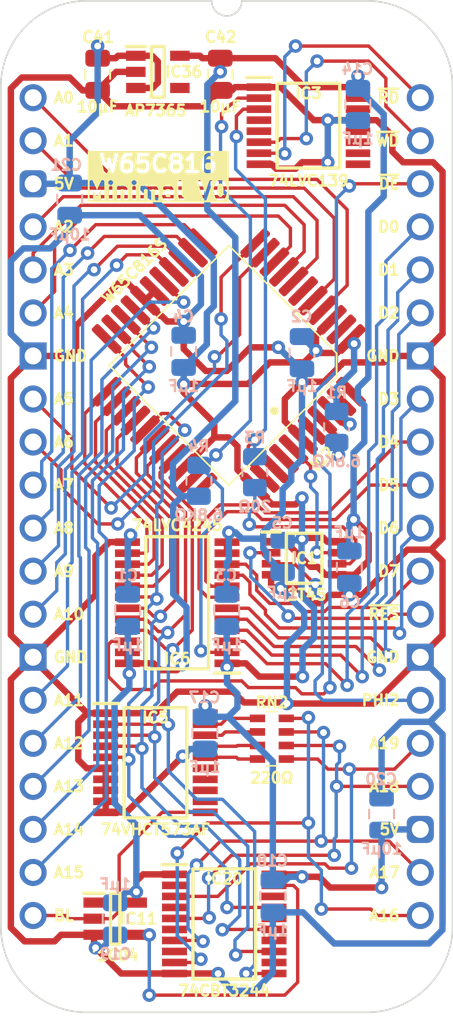
<source format=kicad_pcb>
(kicad_pcb (version 20241229) (generator "pcbnew") (generator_version "9.0")
  (title_block (title "W65C816 Minimal") (date "2025-06-14") (rev "V0"))
  (layers (0 "F.Cu" signal) (2 "B.Cu" signal) (13 "F.Paste" user) (15 "B.Paste" user) (5 "F.SilkS" user "F.Silkscreen") (7 "B.SilkS" user "B.Silkscreen") (1 "F.Mask" user) (3 "B.Mask" user) (25 "Edge.Cuts" user))
  (net 0 "")
  (net 9 "5V")
  (net 11 "GND")
  (net 12 "/3.3V")
  (net 13 "PHI2")
  (net 14 "/D0_{65}")
  (net 15 "/D1_{65}")
  (net 16 "/D2_{65}")
  (net 17 "/D3_{65}")
  (net 18 "/D4_{65}")
  (net 19 "/D5_{65}")
  (net 20 "/D6_{65}")
  (net 21 "/D7_{65}")
  (net 22 "~{Reset}")
  (net 24 "D7")
  (net 25 "D6")
  (net 26 "D5")
  (net 27 "D4")
  (net 28 "D3")
  (net 29 "D2")
  (net 30 "D1")
  (net 31 "D0")
  (net 32 "A0")
  (net 33 "A1")
  (net 34 "A2")
  (net 35 "A3")
  (net 36 "A4")
  (net 37 "A5")
  (net 38 "A6")
  (net 39 "A7")
  (net 40 "A8")
  (net 41 "A9")
  (net 42 "A10")
  (net 43 "A11")
  (net 44 "A12")
  (net 45 "A13")
  (net 46 "A14")
  (net 47 "A15")
  (net 48 "/PHI2_{5V}")
  (net 49 "/~{RES}_{5V}")
  (net 50 "Bank Latch")
  (net 51 "/D3_{VHC}")
  (net 52 "/D2_{VHC}")
  (net 53 "/D1_{VHC}")
  (net 54 "/D0_{VHC}")
  (net 55 "~{DE}")
  (net 56 "BA2")
  (net 57 "BA1")
  (net 58 "BA0")
  (net 59 "BA3")
  (net 60 "Net-(IC2-RDY)")
  (net 66 "~{RD}")
  (net 67 "~{WD}")
  (net 76 "/R~{W}")
  (net 79 "Net-(IC11-Y)")
  (net 82 "/PHI2_{5V}T")
  (footprint "SamacSys_Parts:SOP65P640X110-24N" (layer "F.Cu") (at 8.509 29.804 180)
    (property "Reference" "IC6")
    (property "Value" "74LVC4245APW,118" (hide yes))
  )
  (footprint "SamacSys_Parts:C_0805" (layer "F.Cu") (at 3.81 -1.397 180)
    (property "Reference" "C41")
    (property "Value" "10μF")
  )
  (footprint "SamacSys_Parts:CAY16-F4" (layer "F.Cu") (at 14.097 37.846 180)
    (property "Reference" "RN2")
    (property "Value" "CAY16-221J4LF" (hide yes))
  )
  (footprint "SamacSys_Parts:SOP65P640X120-20N" (layer "F.Cu") (at 11.286 48.757)
    (property "Reference" "IC20")
    (property "Value" "SN74CBT3244CPWR" (hide yes))
  )
  (footprint "SamacSys_Parts:SOT95P275X110-5N" (layer "F.Cu") (at 4.846 48.448)
    (property "Reference" "IC11")
    (property "Value" "74LVC1G04GV,125" (hide yes))
  )
  (footprint "SamacSys_Parts:SOP65P640X120-20N" (layer "F.Cu") (at 7.222 39.247)
    (property "Reference" "IC5")
    (property "Value" "74VHCT573AFT" (hide yes))
  )
  (footprint "SamacSys_Parts:W65C816 PLCC 0.8mm 44 Pin" (layer "F.Cu") (at 11.557 15.793 -135)
    (property "Reference" "IC2")
    (property "Value" "W65C816S6TQG-14" (hide yes))
  )
  (footprint "SamacSys_Parts:SOT95P285X130-5N" (layer "F.Cu") (at 7.366 -1.524)
    (property "Reference" "IC36")
    (property "Value" "AP7365-33WG-7" (hide yes))
  )
  (footprint "SamacSys_Parts:DIP-40_Board_W22.86mm" (layer "F.Cu") (at 0 0)
    (property "Reference" "J3" (hide yes))
    (property "Value" "Board 2x20 W22.86mm")
    (fp_line (start -1.905 -0.635) (end -1.905 48.895) (stroke (width 0.1)) (layer "Edge.Cuts"))
    (fp_line (start 10.541 -5.715) (end 3.175 -5.715) (stroke (width 0.1)) (layer "Edge.Cuts"))
    (fp_line (start 19.685 -5.715) (end 12.319 -5.715) (stroke (width 0.1)) (layer "Edge.Cuts"))
    (fp_line (start 19.685 53.975) (end 3.175 53.975) (stroke (width 0.1)) (layer "Edge.Cuts"))
    (fp_line (start 24.765 48.895) (end 24.765 -0.635) (stroke (width 0.1)) (layer "Edge.Cuts"))
    (fp_arc (start -1.905 -0.635) (mid -0.417102 -4.227102) (end 3.175 -5.715) (stroke (width 0.1)) (layer "Edge.Cuts"))
    (fp_arc (start 3.175 53.975) (mid -0.417102 52.487102) (end -1.905 48.895) (stroke (width 0.1)) (layer "Edge.Cuts"))
    (fp_arc (start 12.319 -5.715) (mid 11.43 -4.826) (end 10.541 -5.715) (stroke (width 0.1)) (layer "Edge.Cuts"))
    (fp_arc (start 19.685 -5.715) (mid 23.277102 -4.227102) (end 24.765 -0.635) (stroke (width 0.1)) (layer "Edge.Cuts"))
    (fp_arc (start 24.765 48.895) (mid 23.277102 52.487102) (end 19.685 53.975) (stroke (width 0.1)) (layer "Edge.Cuts"))
  )
  (footprint "SamacSys_Parts:SOP65P400X130-8N" (layer "F.Cu") (at 16.002 27.178)
    (property "Reference" "IC1")
    (property "Value" "SN74LVC2T45DCTR" (hide yes))
  )
  (footprint "SamacSys_Parts:C_0805" (layer "F.Cu") (at 11.049 -1.397 180)
    (property "Reference" "C42")
    (property "Value" "10μF")
  )
  (footprint "SamacSys_Parts:SOP65P640X110-16N" (layer "F.Cu") (at 16.256 1.651)
    (property "Reference" "IC3")
    (property "Value" "74LVC139PW,118" (hide yes))
  )
  (footprint "SamacSys_Parts:C_0805" (layer "B.Cu") (at 11.43 30.271 180)
    (property "Reference" "C3")
    (property "Value" "1μF")
  )
  (footprint "SamacSys_Parts:C_0805" (layer "B.Cu") (at 14.153 47.106)
    (property "Reference" "C18")
    (property "Value" "1μF")
  )
  (footprint "SamacSys_Parts:C_0805" (layer "B.Cu") (at 8.89 14.986 180)
    (property "Reference" "C4")
    (property "Value" "1μF")
  )
  (footprint "SamacSys_Parts:C_0805" (layer "B.Cu") (at 20.574 42.291 180)
    (property "Reference" "C20")
    (property "Value" "10μF")
  )
  (footprint "SamacSys_Parts:C_0805" (layer "B.Cu") (at 15.875 15.031)
    (property "Reference" "C2")
    (property "Value" "1μF")
  )
  (footprint "SamacSys_Parts:C_0805" (layer "B.Cu") (at 4.846 48.448)
    (property "Reference" "C19")
    (property "Value" "1μF")
  )
  (footprint "SamacSys_Parts:C_0805" (layer "B.Cu") (at 10.143 37.469)
    (property "Reference" "C17")
    (property "Value" "1μF")
  )
  (footprint "SamacSys_Parts:C_0805" (layer "B.Cu") (at 14.732 27.051)
    (property "Reference" "C5")
    (property "Value" "1μF")
  )
  (footprint "SamacSys_Parts:C_0805" (layer "B.Cu") (at 18.669 27.686)
    (property "Reference" "C6")
    (property "Value" "1μF")
  )
  (footprint "SamacSys_Parts:C_0805" (layer "B.Cu") (at 5.588 30.271 180)
    (property "Reference" "C1")
    (property "Value" "1μF")
  )
  (footprint "SamacSys_Parts:C_0805" (layer "B.Cu") (at 2.159 5.969)
    (property "Reference" "C21")
    (property "Value" "10μF")
  )
  (footprint "SamacSys_Parts:C_0805" (layer "B.Cu") (at 19.177 0.381)
    (property "Reference" "C14")
    (property "Value" "1μF")
  )
  (footprint "SamacSys_Parts:R_0805" (layer "B.Cu") (at 17.907 19.431 180)
    (property "Reference" "R1")
    (property "Value" "6.8KΩ")
  )
  (footprint "SamacSys_Parts:R_0805" (layer "B.Cu") (at 9.779 22.606 180)
    (property "Reference" "R4")
    (property "Value" "6.8KΩ")
  )
  (footprint "SamacSys_Parts:R_0805" (layer "B.Cu") (at 13.081 22.098 180)
    (property "Reference" "R3")
    (property "Value" "20Ω")
  )
  (gr_text "A4" (at 1.143 12.7 0) (layer "F.SilkS") (effects (font (size 0.635 0.635)) (justify left)))
  (gr_text "A8" (at 1.143 25.4 0) (layer "F.SilkS") (effects (font (size 0.635 0.635)) (justify left)))
  (gr_text "~{DE}" (at 21.717 5.08 0) (layer "F.SilkS") (effects (font (size 0.635 0.635)) (justify right)))
  (gr_text "A6" (at 1.143 20.32 0) (layer "F.SilkS") (effects (font (size 0.635 0.635)) (justify left)))
  (gr_text "BL" (at 1.143 48.26 0) (layer "F.SilkS") (effects (font (size 0.635 0.635)) (justify left)))
  (gr_text "D4" (at 21.717 20.32 0) (layer "F.SilkS") (effects (font (size 0.635 0.635)) (justify right)))
  (gr_text "A0" (at 1.143 0 0) (layer "F.SilkS") (effects (font (size 0.635 0.635)) (justify left)))
  (gr_text "A11" (at 1.143 35.56 0) (layer "F.SilkS") (effects (font (size 0.635 0.635)) (justify left)))
  (gr_text "GND" (at 1.143 33.02 0) (layer "F.SilkS") (effects (font (size 0.635 0.635)) (justify left)))
  (gr_text "5V" (at 1.143 5.08 0) (layer "F.SilkS") (effects (font (size 0.635 0.635)) (justify left)))
  (gr_text "A2" (at 1.143 7.62 0) (layer "F.SilkS") (effects (font (size 0.635 0.635)) (justify left)))
  (gr_text "A17" (at 21.717 45.72 0) (layer "F.SilkS") (effects (font (size 0.635 0.635)) (justify right)))
  (gr_text "D6" (at 21.717 25.4 0) (layer "F.SilkS") (effects (font (size 0.635 0.635)) (justify right)))
  (gr_text "A18" (at 21.717 40.64 0) (layer "F.SilkS") (effects (font (size 0.635 0.635)) (justify right)))
  (gr_text "5V" (at 21.717 43.18 0) (layer "F.SilkS") (effects (font (size 0.635 0.635)) (justify right)))
  (gr_text "~{RD}" (at 21.717 0 0) (layer "F.SilkS") (effects (font (size 0.635 0.635)) (justify right)))
  (gr_text "~{WD}" (at 21.717 2.54 0) (layer "F.SilkS") (effects (font (size 0.635 0.635)) (justify right)))
  (gr_text "GND" (at 21.717 33.02 0) (layer "F.SilkS") (effects (font (size 0.635 0.635)) (justify right)))
  (gr_text "PHI2" (at 21.717 35.56 0) (layer "F.SilkS") (effects (font (size 0.635 0.635)) (justify right)))
  (gr_text "A12" (at 1.143 38.1 0) (layer "F.SilkS") (effects (font (size 0.635 0.635)) (justify left)))
  (gr_text "D0" (at 21.717 7.62 0) (layer "F.SilkS") (effects (font (size 0.635 0.635)) (justify right)))
  (gr_text "A7" (at 1.143 22.86 0) (layer "F.SilkS") (effects (font (size 0.635 0.635)) (justify left)))
  (gr_text "A19" (at 21.717 38.1 0) (layer "F.SilkS") (effects (font (size 0.635 0.635)) (justify right)))
  (gr_text "GND" (at 21.717 15.24 0) (layer "F.SilkS") (effects (font (size 0.635 0.635)) (justify right)))
  (gr_text "A5" (at 1.143 17.78 0) (layer "F.SilkS") (effects (font (size 0.635 0.635)) (justify left)))
  (gr_text "D1" (at 21.717 10.16 0) (layer "F.SilkS") (effects (font (size 0.635 0.635)) (justify right)))
  (gr_text "A9" (at 1.143 27.94 0) (layer "F.SilkS") (effects (font (size 0.635 0.635)) (justify left)))
  (gr_text "GND" (at 1.143 15.24 0) (layer "F.SilkS") (effects (font (size 0.635 0.635)) (justify left)))
  (gr_text "D3" (at 21.717 17.78 0) (layer "F.SilkS") (effects (font (size 0.635 0.635)) (justify right)))
  (gr_text "A10" (at 1.143 30.48 0) (layer "F.SilkS") (effects (font (size 0.635 0.635)) (justify left)))
  (gr_text "D5" (at 21.717 22.86 0) (layer "F.SilkS") (effects (font (size 0.635 0.635)) (justify right)))
  (gr_text "A1" (at 1.143 2.54 0) (layer "F.SilkS") (effects (font (size 0.635 0.635)) (justify left)))
  (gr_text "A3" (at 1.143 10.16 0) (layer "F.SilkS") (effects (font (size 0.635 0.635)) (justify left)))
  (gr_text "A13" (at 1.143 40.64 0) (layer "F.SilkS") (effects (font (size 0.635 0.635)) (justify left)))
  (gr_text "A16" (at 21.717 48.26 0) (layer "F.SilkS") (effects (font (size 0.635 0.635)) (justify right)))
  (gr_text "D7" (at 21.717 27.94 0) (layer "F.SilkS") (effects (font (size 0.635 0.635)) (justify right)))
  (gr_text "W65C816\nMinimal V0\n" (at 7.366 6.096 0) (layer "F.SilkS" knockout) (effects (font (size 1 1) (thickness 0.2) (bold yes)) (justify bottom)))
  (gr_text "A15" (at 1.143 45.72 0) (layer "F.SilkS") (effects (font (size 0.635 0.635)) (justify left)))
  (gr_text "A14" (at 1.143 43.18 0) (layer "F.SilkS") (effects (font (size 0.635 0.635)) (justify left)))
  (gr_text "~{RES}" (at 21.717 30.48 0) (layer "F.SilkS") (effects (font (size 0.635 0.635)) (justify right)))
  (gr_text "D2" (at 21.717 12.7 0) (layer "F.SilkS") (effects (font (size 0.635 0.635)) (justify right)))
  (segment (start 17.638118 13.105994) (end 16.7005 14.043612) (width 0.38) (layer "F.Cu") (net 9))
  (segment (start 10.16 35.892) (end 10.16 36.322) (width 0.38) (layer "F.Cu") (net 9))
  (segment (start 12.7 16.891) (end 13.97 15.621) (width 0.38) (layer "F.Cu") (net 9))
  (segment (start 17.145 25.977) (end 15.933 25.977) (width 0.38) (layer "F.Cu") (net 9))
  (segment (start 17.952 26.203) (end 17.371 26.203) (width 0.38) (layer "F.Cu") (net 9))
  (segment (start 16.841074 15.063074) (end 16.7005 14.9225) (width 0.38) (layer "F.Cu") (net 9))
  (segment (start 8.89 16.891) (end 8.89 17.399) (width 0.38) (layer "F.Cu") (net 9))
  (segment (start 15.875 45.974) (end 16.891 45.974) (width 0.38) (layer "F.Cu") (net 9))
  (segment (start 13.97 15.621) (end 16.002 15.621) (width 0.38) (layer "F.Cu") (net 9))
  (segment (start 6.066 -0.574) (end 7.051 -0.574) (width 0.38) (layer "F.Cu") (net 9))
  (segment (start 12.065 20.574) (end 11.538112 20.047112) (width 0.38) (layer "F.Cu") (net 9))
  (segment (start 10.697 19.206) (end 10.697 20.047112) (width 0.38) (layer "F.Cu") (net 9))
  (segment (start 4.871 -2.331) (end 5.014 -2.474) (width 0.38) (layer "F.Cu") (net 9))
  (segment (start 11.446999 33.379001) (end 11.446999 33.604002) (width 0.38) (layer "F.Cu") (net 9))
  (segment (start 17.638118 18.480006) (end 18.424897 19.266785) (width 0.38) (layer "F.Cu") (net 9))
  (segment (start 12.065 21.957854) (end 12.065 20.574) (width 0.38) (layer "F.Cu") (net 9))
  (segment (start 17.94378 15.063074) (end 16.841074 15.063074) (width 0.38) (layer "F.Cu") (net 9))
  (segment (start 8.89 16.891) (end 12.7 16.891) (width 0.38) (layer "F.Cu") (net 9))
  (segment (start 16.7005 14.043612) (end 16.7005 14.9225) (width 0.38) (layer "F.Cu") (net 9))
  (segment (start 17.526 46.609) (end 20.574 46.609) (width 0.38) (layer "F.Cu") (net 9))
  (segment (start 17.638118 18.480006) (end 18.203804 17.91432) (width 0.38) (layer "F.Cu") (net 9))
  (segment (start 14.224 45.832) (end 15.733 45.832) (width 0.38) (layer "F.Cu") (net 9))
  (segment (start 15.494 24.003) (end 15.875 23.622) (width 0.38) (layer "F.Cu") (net 9))
  (segment (start 18.424897 19.266785) (end 18.707786 19.266785) (width 0.38) (layer "F.Cu") (net 9))
  (segment (start 17.371 26.203) (end 17.145 25.977) (width 0.38) (layer "F.Cu") (net 9))
  (segment (start 14.110146 24.003) (end 15.494 24.003) (width 0.38) (layer "F.Cu") (net 9))
  (segment (start 10.697 20.047112) (end 8.869994 21.874118) (width 0.38) (layer "F.Cu") (net 9))
  (segment (start 3.81 -2.331) (end 4.871 -2.331) (width 0.38) (layer "F.Cu") (net 9))
  (segment (start 7.021 -2.474) (end 6.066 -2.474) (width 0.38) (layer "F.Cu") (net 9))
  (segment (start 16.002 15.621) (end 16.7005 14.9225) (width 0.38) (layer "F.Cu") (net 9))
  (segment (start 8.89 17.399) (end 10.697 19.206) (width 0.38) (layer "F.Cu") (net 9))
  (segment (start 11.447 33.379) (end 12.5645 33.379) (width 0.38) (layer "F.Cu") (net 9))
  (segment (start 13.112635 23.005489) (end 14.110146 24.003) (width 0.38) (layer "F.Cu") (net 9))
  (segment (start 5.014 -2.474) (end 6.066 -2.474) (width 0.38) (layer "F.Cu") (net 9))
  (segment (start 15.933 25.977) (end 15.875 26.035) (width 0.38) (layer "F.Cu") (net 9))
  (segment (start 16.891 45.974) (end 17.526 46.609) (width 0.38) (layer "F.Cu") (net 9))
  (segment (start 18.769489 14.237365) (end 17.94378 15.063074) (width 0.38) (layer "F.Cu") (net 9))
  (segment (start 18.952 14.419876) (end 18.952 14.517874) (width 0.38) (layer "F.Cu") (net 9))
  (segment (start 7.366 -2.129) (end 7.021 -2.474) (width 0.38) (layer "F.Cu") (net 9))
  (segment (start 3.81 -2.331) (end 3.81 -3.048) (width 0.38) (layer "F.Cu") (net 9))
  (segment (start 13.112635 23.005489) (end 12.065 21.957854) (width 0.38) (layer "F.Cu") (net 9))
  (segment (start 11.538112 20.047112) (end 10.697 20.047112) (width 0.38) (layer "F.Cu") (net 9))
  (segment (start 13.3485 34.163) (end 15.906639 34.163) (width 0.38) (layer "F.Cu") (net 9))
  (segment (start 7.051 -0.574) (end 7.366 -0.889) (width 0.38) (layer "F.Cu") (net 9))
  (segment (start 7.366 -0.889) (end 7.366 -2.129) (width 0.38) (layer "F.Cu") (net 9))
  (segment (start 18.769489 14.237365) (end 18.952 14.419876) (width 0.38) (layer "F.Cu") (net 9))
  (segment (start 15.733 45.832) (end 15.875 45.974) (width 0.38) (layer "F.Cu") (net 9))
  (segment (start 12.5645 33.379) (end 13.3485 34.163) (width 0.38) (layer "F.Cu") (net 9))
  (via (at 8.89 16.891) (size 0.8) (drill 0.4) (layers "F.Cu" "B.Cu") (net 9))
  (via (at 20.574 46.609) (size 0.8) (drill 0.4) (layers "F.Cu" "B.Cu") (net 9))
  (via (at 15.875 45.974) (size 0.8) (drill 0.4) (layers "F.Cu" "B.Cu") (net 9))
  (via (at 15.875 23.622) (size 0.8) (drill 0.4) (layers "F.Cu" "B.Cu") (net 9))
  (via (at 15.906639 34.163) (size 0.8) (drill 0.4) (layers "F.Cu" "B.Cu") (net 9))
  (via (at 15.875 26.035) (size 0.8) (drill 0.4) (layers "F.Cu" "B.Cu") (net 9))
  (via (at 18.952 14.517874) (size 0.8) (drill 0.4) (layers "F.Cu" "B.Cu") (net 9))
  (via (at 10.16 35.892) (size 0.8) (drill 0.4) (layers "F.Cu" "B.Cu") (net 9))
  (via (at 16.7005 14.9225) (size 0.8) (drill 0.4) (layers "F.Cu" "B.Cu") (net 9))
  (via (at 11.446999 33.604002) (size 0.8) (drill 0.4) (layers "F.Cu" "B.Cu") (net 9))
  (via (at 3.81 -3.048) (size 0.8) (drill 0.4) (layers "F.Cu" "B.Cu") (net 9))
  (via (at 18.707786 19.266785) (size 0.8) (drill 0.4) (layers "F.Cu" "B.Cu") (net 9))
  (segment (start 10.668 12.302283) (end 10.258 12.712283) (width 0.38) (layer "B.Cu") (net 9))
  (segment (start 15.906639 34.163) (end 15.906639 32.557032) (width 0.38) (layer "B.Cu") (net 9))
  (segment (start 18.707786 19.214081) (end 18.707786 19.266785) (width 0.38) (layer "B.Cu") (net 9))
  (segment (start 22.86 43.18) (end 20.873 43.18) (width 0.38) (layer "B.Cu") (net 9))
  (segment (start 15.113 45.974) (end 15.875 45.974) (width 0.38) (layer "B.Cu") (net 9))
  (segment (start 2.159 2.54) (end 3.81 0.889) (width 0.38) (layer "B.Cu") (net 9))
  (segment (start 15.906639 32.557032) (end 16.586671 31.877) (width 0.38) (layer "B.Cu") (net 9))
  (segment (start 14.915 46.172) (end 15.113 45.974) (width 0.38) (layer "B.Cu") (net 9))
  (segment (start 10.668 9.525) (end 10.668 12.302283) (width 0.38) (layer "B.Cu") (net 9))
  (segment (start 20.574 43.725) (end 20.574 46.609) (width 0.38) (layer "B.Cu") (net 9))
  (segment (start 3.81 0.889) (end 3.81 -3.048) (width 0.38) (layer "B.Cu") (net 9))
  (segment (start 11.516 36.535) (end 14.153 39.172) (width 0.38) (layer "B.Cu") (net 9))
  (segment (start 15.875 14.097) (end 16.7005 14.9225) (width 0.38) (layer "B.Cu") (net 9))
  (segment (start 15.848 26.062) (end 15.848 29.378756) (width 0.38) (layer "B.Cu") (net 9))
  (segment (start 11.43 31.205) (end 11.43 33.587003) (width 0.38) (layer "B.Cu") (net 9))
  (segment (start 2.159 5.035) (end 6.178 5.035) (width 0.38) (layer "B.Cu") (net 9))
  (segment (start 15.875 26.035) (end 15.875 23.622) (width 0.38) (layer "B.Cu") (net 9))
  (segment (start 15.848 29.378756) (end 16.586671 30.117427) (width 0.38) (layer "B.Cu") (net 9))
  (segment (start 11.516 36.535) (end 12.065 35.986) (width 0.38) (layer "B.Cu") (net 9))
  (segment (start 14.732 26.117) (end 15.793 26.117) (width 0.38) (layer "B.Cu") (net 9))
  (segment (start 12.065 35.986) (end 12.065 35.179) (width 0.38) (layer "B.Cu") (net 9))
  (segment (start 6.178 5.035) (end 10.668 9.525) (width 0.38) (layer "B.Cu") (net 9))
  (segment (start 11.446999 34.560999) (end 12.065 35.179) (width 0.38) (layer "B.Cu") (net 9))
  (segment (start 17.917 17.135) (end 18.952 16.1) (width 0.38) (layer "B.Cu") (net 9))
  (segment (start 11.446999 33.604002) (end 11.446999 34.560999) (width 0.38) (layer "B.Cu") (net 9))
  (segment (start 11.43 33.587003) (end 11.446999 33.604002) (width 0.38) (layer "B.Cu") (net 9))
  (segment (start 18.012205 18.5185) (end 18.707786 19.214081) (width 0.38) (layer "B.Cu") (net 9))
  (segment (start 10.143 35.909) (end 10.16 35.892) (width 0.38) (layer "B.Cu") (net 9))
  (segment (start 10.143 36.535) (end 10.143 35.909) (width 0.38) (layer "B.Cu") (net 9))
  (segment (start 10.143 36.535) (end 11.516 36.535) (width 0.38) (layer "B.Cu") (net 9))
  (segment (start 10.258 12.712283) (end 10.258 14.552) (width 0.38) (layer "B.Cu") (net 9))
  (segment (start 18.952 16.1) (end 18.952 14.517874) (width 0.38) (layer "B.Cu") (net 9))
  (segment (start 16.586671 30.117427) (end 16.586671 31.877) (width 0.38) (layer "B.Cu") (net 9))
  (segment (start 2.159 5.035) (end 2.159 2.54) (width 0.38) (layer "B.Cu") (net 9))
  (segment (start 10.258 14.552) (end 8.89 15.92) (width 0.38) (layer "B.Cu") (net 9))
  (segment (start 0 5.08) (end 2.114 5.08) (width 0.38) (layer "B.Cu") (net 9))
  (segment (start 17.917 18.5185) (end 17.917 17.135) (width 0.38) (layer "B.Cu") (net 9))
  (segment (start 8.89 15.92) (end 8.89 16.891) (width 0.38) (layer "B.Cu") (net 9))
  (segment (start 20.574 43.225) (end 20.574 43.725) (width 0.38) (layer "B.Cu") (net 9))
  (segment (start 15.875 26.035) (end 15.848 26.062) (width 0.38) (layer "B.Cu") (net 9))
  (segment (start 14.153 46.172) (end 14.915 46.172) (width 0.38) (layer "B.Cu") (net 9))
  (segment (start 14.153 39.172) (end 14.153 46.172) (width 0.38) (layer "B.Cu") (net 9))
  (segment (start 15.793 26.117) (end 15.875 26.035) (width 0.38) (layer "B.Cu") (net 9))
  (segment (start 24.174 31.706) (end 24.174 27.349) (width 0.38) (layer "F.Cu") (net 11))
  (segment (start 2.667 39.0725) (end 2.667 36.8445) (width 0.38) (layer "F.Cu") (net 11))
  (segment (start 17.000864 29.833) (end 17.496864 29.337) (width 0.38) (layer "F.Cu") (net 11))
  (segment (start 21.209 2.249) (end 21.209 3.175) (width 0.38) (layer "F.Cu") (net 11))
  (segment (start 5.2 51.682) (end 3.683 50.165) (width 0.38) (layer "F.Cu") (net 11))
  (segment (start 14.052 28.758) (end 14.25 28.956) (width 0.38) (layer "F.Cu") (net 11))
  (segment (start 14.859 19.095) (end 14.859 17.78) (width 0.38) (layer "F.Cu") (net 11))
  (segment (start 14.086 3.926) (end 14.351 4.191) (width 0.38) (layer "F.Cu") (net 11))
  (segment (start 17.184722 16.764) (end 18.327722 15.621) (width 0.38) (layer "F.Cu") (net 11))
  (segment (start 14.921202 35.687) (end 14.986 35.751798) (width 0.38) (layer "F.Cu") (net 11))
  (segment (start 12.446 35.687) (end 14.921202 35.687) (width 0.38) (layer "F.Cu") (net 11))
  (segment (start 11.557 25.654) (end 11.557 26.119) (width 0.38) (layer "F.Cu") (net 11))
  (segment (start -1.314 34.334) (end -1.314 48.978) (width 0.38) (layer "F.Cu") (net 11))
  (segment (start 11.43 16.129) (end 10.199 16.129) (width 0.38) (layer "F.Cu") (net 11))
  (segment (start 15.875 16.764) (end 17.184722 16.764) (width 0.38) (layer "F.Cu") (net 11))
  (segment (start 13.331 -0.624) (end 14.616 -0.624) (width 0.38) (layer "F.Cu") (net 11))
  (segment (start 24.174 13.926) (end 22.86 15.24) (width 0.38) (layer "F.Cu") (net 11))
  (segment (start 14.605 28.956) (end 15.621 28.956) (width 0.38) (layer "F.Cu") (net 11))
  (segment (start 20.701 15.621) (end 21.082 15.24) (width 0.38) (layer "F.Cu") (net 11))
  (segment (start 24.174 25.991) (end 23.495 26.67) (width 0.38) (layer "F.Cu") (net 11))
  (segment (start 4.284 40.872) (end 4.284 41.522) (width 0.38) (layer "F.Cu") (net 11))
  (segment (start 2.159 -1.191) (end 2.919 -0.431) (width 0.38) (layer "F.Cu") (net 11))
  (segment (start 5.571 26.229) (end 5.571 25.990517) (width 0.38) (layer "F.Cu") (net 11))
  (segment (start 17.496864 29.337) (end 18.669 29.337) (width 0.38) (layer "F.Cu") (net 11))
  (segment (start 0 15.24) (end 2.159 15.24) (width 0.38) (layer "F.Cu") (net 11))
  (segment (start 3.1665 39.572) (end 2.667 39.0725) (width 0.38) (layer "F.Cu") (net 11))
  (segment (start 3.596 49.398) (end 3.596 50.078) (width 0.38) (layer "F.Cu") (net 11))
  (segment (start 13.331 3.926) (end 14.086 3.926) (width 0.38) (layer "F.Cu") (net 11))
  (segment (start 11.811 35.052) (end 12.446 35.687) (width 0.38) (layer "F.Cu") (net 11))
  (segment (start 7.91894 13.208) (end 8.89 13.208) (width 0.38) (layer "F.Cu") (net 11))
  (segment (start 4.749 0.508) (end 3.81 -0.431) (width 0.38) (layer "F.Cu") (net 11))
  (segment (start 4.284 39.572) (end 4.284 40.222) (width 0.38) (layer "F.Cu") (net 11))
  (segment (start 5.512498 42.172) (end 8.822498 38.862) (width 0.38) (layer "F.Cu") (net 11))
  (segment (start 2.54 13.462) (end 5.08 10.922) (width 0.38) (layer "F.Cu") (net 11))
  (segment (start 22.86 15.24) (end 24.174 16.554) (width 0.38) (layer "F.Cu") (net 11))
  (segment (start 5.571 25.990517) (end 5.754757 25.80676) (width 0.38) (layer "F.Cu") (net 11))
  (segment (start 15.621 28.956) (end 16.498 29.833) (width 0.38) (layer "F.Cu") (net 11))
  (segment (start 19.181 1.326) (end 17.399 1.326) (width 0.38) (layer "F.Cu") (net 11))
  (segment (start 8.89 14.82) (end 8.89 13.208) (width 0.38) (layer "F.Cu") (net 11))
  (segment (start 2.159 15.24) (end 2.54 14.859) (width 0.38) (layer "F.Cu") (net 11))
  (segment (start 21.844 3.81) (end 23.622 3.81) (width 0.38) (layer "F.Cu") (net 11))
  (segment (start 14.616 -0.624) (end 16.566 1.326) (width 0.38) (layer "F.Cu") (net 11))
  (segment (start 24.174 4.362) (end 24.174 13.926) (width 0.38) (layer "F.Cu") (net 11))
  (segment (start 7.172938 11.408938) (end 6.607253 11.974623) (width 0.38) (layer "F.Cu") (net 11))
  (segment (start 14.052 28.153) (end 14.052 28.758) (width 0.38) (layer "F.Cu") (net 11))
  (segment (start 7.50863 12.876) (end 7.58694 12.876) (width 0.38) (layer "F.Cu") (net 11))
  (segment (start 11.734 -0.431) (end 11.927 -0.624) (width 0.38) (layer "F.Cu") (net 11))
  (segment (start 10.199 16.129) (end 8.89 14.82) (width 0.38) (layer "F.Cu") (net 11))
  (segment (start 11.927 -0.624) (end 13.331 -0.624) (width 0.38) (layer "F.Cu") (net 11))
  (segment (start 23.622 3.81) (end 24.174 4.362) (width 0.38) (layer "F.Cu") (net 11))
  (segment (start 4.284 42.172) (end 5.512498 42.172) (width 0.38) (layer "F.Cu") (net 11))
  (segment (start 14.478 14.732) (end 12.827 14.732) (width 0.38) (layer "F.Cu") (net 11))
  (segment (start -1.314 31.706) (end -1.314 16.554) (width 0.38) (layer "F.Cu") (net 11))
  (segment (start 5.08 10.922) (end 5.55463 10.922) (width 0.38) (layer "F.Cu") (net 11))
  (segment (start 24.174 16.554) (end 24.174 25.991) (width 0.38) (layer "F.Cu") (net 11))
  (segment (start 19.181 0.676) (end 19.181 1.326) (width 0.38) (layer "F.Cu") (net 11))
  (segment (start 8.348 51.682) (end 10.915 51.682) (width 0.38) (layer "F.Cu") (net 11))
  (segment (start 1.265 49.784) (end 1.651 49.398) (width 0.38) (layer "F.Cu") (net 11))
  (segment (start 24.174 27.349) (end 23.495 26.67) (width 0.38) (layer "F.Cu") (net 11))
  (segment (start 11.447 26.879) (end 11.447 26.229) (width 0.38) (layer "F.Cu") (net 11))
  (segment (start 11.049 -0.431) (end 10.11 0.508) (width 0.38) (layer "F.Cu") (net 11))
  (segment (start 10.915 51.682) (end 10.922 51.689) (width 0.38) (layer "F.Cu") (net 11))
  (segment (start -1.314 13.926) (end -1.314 -0.544164) (width 0.38) (layer "F.Cu") (net 11))
  (segment (start 4.284 41.522) (end 4.284 42.172) (width 0.38) (layer "F.Cu") (net 11))
  (segment (start 17.399 3.81) (end 15.875 3.81) (width 0.38) (layer "F.Cu") (net 11))
  (segment (start 22.098 26.67) (end 19.431 29.337) (width 0.38) (layer "F.Cu") (net 11))
  (segment (start 0 33.02) (end -1.314 31.706) (width 0.38) (layer "F.Cu") (net 11))
  (segment (start 21.209 3.175) (end 21.844 3.81) (width 0.38) (layer "F.Cu") (net 11))
  (segment (start 14.25 28.956) (end 14.605 28.956) (width 0.38) (layer "F.Cu") (net 11))
  (segment (start 22.86 33.02) (end 24.174 31.706) (width 0.38) (layer "F.Cu") (net 11))
  (segment (start -1.314 16.554) (end 0 15.24) (width 0.38) (layer "F.Cu") (net 11))
  (segment (start 4.284 36.322) (end 7.239 36.322) (width 0.38) (layer "F.Cu") (net 11))
  (segment (start 22.86 33.02) (end 20.128202 35.751798) (width 0.38) (layer "F.Cu") (net 11))
  (segment (start 15.941062 20.177062) (end 14.859 19.095) (width 0.38) (layer "F.Cu") (net 11))
  (segment (start 4.284 40.222) (end 4.284 40.872) (width 0.38) (layer "F.Cu") (net 11))
  (segment (start -1.314 48.978) (end -0.508 49.784) (width 0.38) (layer "F.Cu") (net 11))
  (segment (start 10.11 0.508) (end 4.749 0.508) (width 0.38) (layer "F.Cu") (net 11))
  (segment (start -0.508 49.784) (end 1.265 49.784) (width 0.38) (layer "F.Cu") (net 11))
  (segment (start 3.596 50.078) (end 3.683 50.165) (width 0.38) (layer "F.Cu") (net 11))
  (segment (start 2.919 -0.431) (end 3.81 -0.431) (width 0.38) (layer "F.Cu") (net 11))
  (segment (start 14.859 17.78) (end 15.875 16.764) (width 0.38) (layer "F.Cu") (net 11))
  (segment (start 4.903 -1.524) (end 3.81 -0.431) (width 0.38) (layer "F.Cu") (net 11))
  (segment (start 6.607253 11.974623) (end 7.50863 12.876) (width 0.38) (layer "F.Cu") (net 11))
  (segment (start 2.667 36.8445) (end 3.1895 36.322) (width 0.38) (layer "F.Cu") (net 11))
  (segment (start 8.348 51.682) (end 5.2 51.682) (width 0.38) (layer "F.Cu") (net 11))
  (segment (start 20.286 1.326) (end 21.209 2.249) (width 0.38) (layer "F.Cu") (net 11))
  (segment (start -1.314 -0.544164) (end -0.667164 -1.191) (width 0.38) (layer "F.Cu") (net 11))
  (segment (start 12.827 14.732) (end 11.43 16.129) (width 0.38) (layer "F.Cu") (net 11))
  (segment (start 21.082 15.24) (end 22.86 15.24) (width 0.38) (layer "F.Cu") (net 11))
  (segment (start 6.066 -1.524) (end 4.903 -1.524) (width 0.38) (layer "F.Cu") (net 11))
  (segment (start 14.351 4.191) (end 15.494 4.191) (width 0.38) (layer "F.Cu") (net 11))
  (segment (start 7.58694 12.876) (end 7.91894 13.208) (width 0.38) (layer "F.Cu") (net 11))
  (segment (start 0 15.24) (end -1.314 13.926) (width 0.38) (layer "F.Cu") (net 11))
  (segment (start 18.327722 15.621) (end 20.701 15.621) (width 0.38) (layer "F.Cu") (net 11))
  (segment (start 4.284 39.572) (end 3.1665 39.572) (width 0.38) (layer "F.Cu") (net 11))
  (segment (start 3.1895 36.322) (end 4.284 36.322) (width 0.38) (layer "F.Cu") (net 11))
  (segment (start 3.683 27.051) (end 4.505 26.229) (width 0.38) (layer "F.Cu") (net 11))
  (segment (start 4.505 26.229) (end 5.571 26.229) (width 0.38) (layer "F.Cu") (net 11))
  (segment (start 20.128202 35.751798) (end 14.986 35.751798) (width 0.38) (layer "F.Cu") (net 11))
  (segment (start 8.509 35.052) (end 11.811 35.052) (width 0.38) (layer "F.Cu") (net 11))
  (segment (start 16.498 29.833) (end 17.000864 29.833) (width 0.38) (layer "F.Cu") (net 11))
  (segment (start 0 33.1325) (end 3.1895 36.322) (width 0.38) (layer "F.Cu") (net 11))
  (segment (start 1.651 49.398) (end 3.596 49.398) (width 0.38) (layer "F.Cu") (net 11))
  (segment (start 7.239 36.322) (end 8.509 35.052) (width 0.38) (layer "F.Cu") (net 11))
  (segment (start 3.683 29.337) (end 3.683 27.051) (width 0.38) (layer "F.Cu") (net 11))
  (segment (start 0 33.02) (end -1.314 34.334) (width 0.38) (layer "F.Cu") (net 11))
  (segment (start 19.181 1.326) (end 20.286 1.326) (width 0.38) (layer "F.Cu") (net 11))
  (segment (start 5.55463 10.922) (end 6.607253 11.974623) (width 0.38) (layer "F.Cu") (net 11))
  (segment (start 19.431 29.337) (end 18.669 29.337) (width 0.38) (layer "F.Cu") (net 11))
  (segment (start -0.667164 -1.191) (end 2.159 -1.191) (width 0.38) (layer "F.Cu") (net 11))
  (segment (start 11.557 26.119) (end 11.447 26.229) (width 0.38) (layer "F.Cu") (net 11))
  (segment (start 15.875 3.81) (end 15.494 4.191) (width 0.38) (layer "F.Cu") (net 11))
  (segment (start 23.495 26.67) (end 22.098 26.67) (width 0.38) (layer "F.Cu") (net 11))
  (segment (start 0 33.02) (end 3.683 29.337) (width 0.38) (layer "F.Cu") (net 11))
  (segment (start 2.54 14.859) (end 2.54 13.462) (width 0.38) (layer "F.Cu") (net 11))
  (segment (start 16.566 1.326) (end 17.399 1.326) (width 0.38) (layer "F.Cu") (net 11))
  (segment (start 11.049 -0.431) (end 11.734 -0.431) (width 0.38) (layer "F.Cu") (net 11))
  (via (at 14.605 28.956) (size 0.8) (drill 0.4) (layers "F.Cu" "B.Cu") (net 11))
  (via (at 8.89 13.208) (size 0.8) (drill 0.4) (layers "F.Cu" "B.Cu") (net 11))
  (via (at 15.875 16.764) (size 0.8) (drill 0.4) (layers "F.Cu" "B.Cu") (net 11))
  (via (at 14.986 35.751798) (size 0.8) (drill 0.4) (layers "F.Cu" "B.Cu") (net 11))
  (via (at 8.822498 38.862) (size 0.8) (drill 0.4) (layers "F.Cu" "B.Cu") (net 11))
  (via (at 10.922 51.689) (size 0.8) (drill 0.4) (layers "F.Cu" "B.Cu") (net 11))
  (via (at 11.557 25.654) (size 0.8) (drill 0.4) (layers "F.Cu" "B.Cu") (net 11))
  (via (at 18.669 29.337) (size 0.8) (drill 0.4) (layers "F.Cu" "B.Cu") (net 11))
  (via (at 17.399 3.81) (size 0.8) (drill 0.4) (layers "F.Cu" "B.Cu") (net 11))
  (via (at 17.399 1.326) (size 0.8) (drill 0.4) (layers "F.Cu" "B.Cu") (net 11))
  (via (at 5.754757 25.80676) (size 0.8) (drill 0.4) (layers "F.Cu" "B.Cu") (net 11))
  (via (at 14.478 14.732) (size 0.8) (drill 0.4) (layers "F.Cu" "B.Cu") (net 11))
  (via (at 3.683 50.165) (size 0.8) (drill 0.4) (layers "F.Cu" "B.Cu") (net 11))
  (segment (start 22.86 33.02) (end 24.174 34.334) (width 0.38) (layer "B.Cu") (net 11))
  (segment (start 13.081 52.705) (end 11.811 52.705) (width 0.38) (layer "B.Cu") (net 11))
  (segment (start 15.24 21.971) (end 15.24 22.606) (width 0.38) (layer "B.Cu") (net 11))
  (segment (start 2.159 6.935) (end 6.3 6.935) (width 0.38) (layer "B.Cu") (net 11))
  (segment (start 3.683 50.165) (end 4.095 50.165) (width 0.38) (layer "B.Cu") (net 11))
  (segment (start 11.557 25.654) (end 11.953033 25.654) (width 0.38) (layer "B.Cu") (net 11))
  (segment (start 24.174 36.088329) (end 23.432329 36.83) (width 0.38) (layer "B.Cu") (net 11))
  (segment (start 13.589 26.612438) (end 13.761413 26.784851) (width 0.38) (layer "B.Cu") (net 11))
  (segment (start 24.174 37.571671) (end 24.174 48.658981) (width 0.38) (layer "B.Cu") (net 11))
  (segment (start 18.669 29.152) (end 18.669 29.337) (width 0.38) (layer "B.Cu") (net 11))
  (segment (start 9.906 10.541) (end 9.906 12.192) (width 0.38) (layer "B.Cu") (net 11))
  (segment (start 14.732 24.478562) (end 13.589 25.621562) (width 0.38) (layer "B.Cu") (net 11))
  (segment (start 21.717 36.83) (end 20.574 37.973) (width 0.38) (layer "B.Cu") (net 11))
  (segment (start 20.574 37.973) (end 20.574 41.325) (width 0.38) (layer "B.Cu") (net 11))
  (segment (start 19.177 1.347) (end 17.42 1.347) (width 0.38) (layer "B.Cu") (net 11))
  (segment (start 24.174 48.658981) (end 24.164066 49.114934) (width 0.38) (layer "B.Cu") (net 11))
  (segment (start 15.941 48.072) (end 14.153 48.072) (width 0.38) (layer "B.Cu") (net 11))
  (segment (start -1.314 13.926) (end -1.314 9.631671) (width 0.38) (layer "B.Cu") (net 11))
  (segment (start 6.3 6.935) (end 9.906 10.541) (width 0.38) (layer "B.Cu") (net 11))
  (segment (start -1.314 9.631671) (end -0.572329 8.89) (width 0.38) (layer "B.Cu") (net 11))
  (segment (start 14.732 23.114) (end 14.732 24.478562) (width 0.38) (layer "B.Cu") (net 11))
  (segment (start 1.016 8.89) (end 2.159 7.747) (width 0.38) (layer "B.Cu") (net 11))
  (segment (start 15.875 15.997) (end 15.875 16.764) (width 0.38) (layer "B.Cu") (net 11))
  (segment (start 13.761413 26.784851) (end 13.761413 27.046413) (width 0.38) (layer "B.Cu") (net 11))
  (segment (start 17.42 1.347) (end 17.399 1.326) (width 0.38) (layer "B.Cu") (net 11))
  (segment (start 14.153 48.072) (end 14.153 51.633) (width 0.38) (layer "B.Cu") (net 11))
  (segment (start 13.761413 27.046413) (end 14.732 28.017) (width 0.38) (layer "B.Cu") (net 11))
  (segment (start 11.43 29.305) (end 11.43 27.432) (width 0.38) (layer "B.Cu") (net 11))
  (segment (start 15.743 15.997) (end 14.478 14.732) (width 0.38) (layer "B.Cu") (net 11))
  (segment (start 24.174 34.334) (end 24.174 36.088329) (width 0.38) (layer "B.Cu") (net 11))
  (segment (start 11.557 27.305) (end 11.43 27.432) (width 0.38) (layer "B.Cu") (net 11))
  (segment (start 14.732 28.829) (end 14.605 28.956) (width 0.38) (layer "B.Cu") (net 11))
  (segment (start 16.006671 30.357671) (end 16.006671 31.237329) (width 0.38) (layer "B.Cu") (net 11))
  (segment (start 15.875 16.764) (end 15.875 21.336) (width 0.38) (layer "B.Cu") (net 11))
  (segment (start 14.986 32.258) (end 14.986 35.751798) (width 0.38) (layer "B.Cu") (net 11))
  (segment (start 11.557 25.654) (end 11.557 27.305) (width 0.38) (layer "B.Cu") (net 11))
  (segment (start 2.159 7.747) (end 2.159 6.935) (width 0.38) (layer "B.Cu") (net 11))
  (segment (start 0 15.24) (end -1.314 13.926) (width 0.38) (layer "B.Cu") (net 11))
  (segment (start 15.875 21.336) (end 15.24 21.971) (width 0.38) (layer "B.Cu") (net 11))
  (segment (start 10.922 51.816) (end 10.922 51.689) (width 0.38) (layer "B.Cu") (net 11))
  (segment (start 23.368 49.911) (end 17.78 49.911) (width 0.38) (layer "B.Cu") (net 11))
  (segment (start 13.589 26.162) (end 13.589 26.612438) (width 0.38) (layer "B.Cu") (net 11))
  (segment (start 4.095 50.165) (end 4.846 49.414) (width 0.38) (layer "B.Cu") (net 11))
  (segment (start 13.589 25.621562) (end 13.589 26.162) (width 0.38) (layer "B.Cu") (net 11))
  (segment (start 12.319 26.019967) (end 13.446967 26.019967) (width 0.38) (layer "B.Cu") (net 11))
  (segment (start 10.143 38.435) (end 9.249498 38.435) (width 0.38) (layer "B.Cu") (net 11))
  (segment (start 11.811 52.705) (end 10.922 51.816) (width 0.38) (layer "B.Cu") (net 11))
  (segment (start 16.006671 31.237329) (end 14.986 32.258) (width 0.38) (layer "B.Cu") (net 11))
  (segment (start 5.588 25.973517) (end 5.754757 25.80676) (width 0.38) (layer "B.Cu") (net 11))
  (segment (start 24.164066 49.114934) (end 23.368 49.911) (width 0.38) (layer "B.Cu") (net 11))
  (segment (start 15.24 22.606) (end 14.732 23.114) (width 0.38) (layer "B.Cu") (net 11))
  (segment (start 5.588 29.305) (end 5.588 25.973517) (width 0.38) (layer "B.Cu") (net 11))
  (segment (start 14.605 28.956) (end 16.006671 30.357671) (width 0.38) (layer "B.Cu") (net 11))
  (segment (start 9.906 12.192) (end 8.89 13.208) (width 0.38) (layer "B.Cu") (net 11))
  (segment (start 11.953033 25.654) (end 12.319 26.019967) (width 0.38) (layer "B.Cu") (net 11))
  (segment (start 14.732 28.017) (end 14.732 28.829) (width 0.38) (layer "B.Cu") (net 11))
  (segment (start 17.78 49.911) (end 15.941 48.072) (width 0.38) (layer "B.Cu") (net 11))
  (segment (start 9.249498 38.435) (end 8.822498 38.862) (width 0.38) (layer "B.Cu") (net 11))
  (segment (start 23.432329 36.83) (end 21.717 36.83) (width 0.38) (layer "B.Cu") (net 11))
  (segment (start -0.572329 8.89) (end 1.016 8.89) (width 0.38) (layer "B.Cu") (net 11))
  (segment (start 18.669 28.652) (end 18.669 29.152) (width 0.38) (layer "B.Cu") (net 11))
  (segment (start 13.446967 26.019967) (end 13.589 26.162) (width 0.38) (layer "B.Cu") (net 11))
  (segment (start 23.432329 36.83) (end 24.174 37.571671) (width 0.38) (layer "B.Cu") (net 11))
  (segment (start 14.153 51.633) (end 13.081 52.705) (width 0.38) (layer "B.Cu") (net 11))
  (segment (start 17.399 1.326) (end 17.399 3.81) (width 0.38) (layer "B.Cu") (net 11))
  (segment (start 17.952 28.153) (end 18.980043 28.153) (width 0.38) (layer "F.Cu") (net 12))
  (segment (start 18.957403 24.892) (end 18.923 24.892) (width 0.38) (layer "F.Cu") (net 12))
  (segment (start 8.348 45.832) (end 6.492 45.832) (width 0.38) (layer "F.Cu") (net 12))
  (segment (start 9.845 -2.474) (end 8.666 -2.474) (width 0.38) (layer "F.Cu") (net 12))
  (segment (start 16.383 27.686) (end 14.9 26.203) (width 0.38) (layer "F.Cu") (net 12))
  (segment (start 7.112 33.379) (end 5.571 33.379) (width 0.38) (layer "F.Cu") (net 12))
  (segment (start 18.980043 28.153) (end 19.812 27.321043) (width 0.38) (layer "F.Cu") (net 12))
  (segment (start 17.952 28.153) (end 17.264946 28.153) (width 0.38) (layer "F.Cu") (net 12))
  (segment (start 6.492 45.832) (end 6.096 46.228) (width 0.38) (layer "F.Cu") (net 12))
  (segment (start 14.9 26.203) (end 14.052 26.203) (width 0.38) (layer "F.Cu") (net 12))
  (segment (start 6.096 47.498) (end 6.096 46.863) (width 0.38) (layer "F.Cu") (net 12))
  (segment (start 16.013 -0.624) (end 14.306 -2.331) (width 0.38) (layer "F.Cu") (net 12))
  (segment (start 6.096 46.228) (end 6.096 46.863) (width 0.38) (layer "F.Cu") (net 12))
  (segment (start 19.812 25.746597) (end 18.957403 24.892) (width 0.38) (layer "F.Cu") (net 12))
  (segment (start 9.988 -2.331) (end 9.845 -2.474) (width 0.38) (layer "F.Cu") (net 12))
  (segment (start 5.571 33.379) (end 5.571 32.729) (width 0.38) (layer "F.Cu") (net 12))
  (segment (start 19.181 -0.624) (end 19.181001 -1.27) (width 0.38) (layer "F.Cu") (net 12))
  (segment (start 5.680999 33.983999) (end 5.680999 33.488999) (width 0.38) (layer "F.Cu") (net 12))
  (segment (start 11.049 -1.531) (end 11.049 -2.331) (width 0.38) (layer "F.Cu") (net 12))
  (segment (start 11.049 -2.331) (end 9.988 -2.331) (width 0.38) (layer "F.Cu") (net 12))
  (segment (start 5.680999 33.488999) (end 5.571 33.379) (width 0.38) (layer "F.Cu") (net 12))
  (segment (start 8.482437 33.782) (end 7.515 33.782) (width 0.38) (layer "F.Cu") (net 12))
  (segment (start 19.181 -0.624) (end 16.013 -0.624) (width 0.38) (layer "F.Cu") (net 12))
  (segment (start 7.515 33.782) (end 7.112 33.379) (width 0.38) (layer "F.Cu") (net 12))
  (segment (start 19.812 27.321043) (end 19.812 25.746597) (width 0.38) (layer "F.Cu") (net 12))
  (segment (start 8.811088 33.453349) (end 8.482437 33.782) (width 0.38) (layer "F.Cu") (net 12))
  (segment (start 14.306 -2.331) (end 11.049 -2.331) (width 0.38) (layer "F.Cu") (net 12))
  (segment (start 19.181 -0.624) (end 19.181 0.026) (width 0.38) (layer "F.Cu") (net 12))
  (segment (start 17.264946 28.153) (end 16.797946 27.686) (width 0.38) (layer "F.Cu") (net 12))
  (segment (start 16.797946 27.686) (end 16.383 27.686) (width 0.38) (layer "F.Cu") (net 12))
  (via (at 5.680999 33.983999) (size 0.8) (drill 0.4) (layers "F.Cu" "B.Cu") (net 12))
  (via (at 11.049 -1.531) (size 0.8) (drill 0.4) (layers "F.Cu" "B.Cu") (net 12))
  (via (at 18.923 24.892) (size 0.8) (drill 0.4) (layers "F.Cu" "B.Cu") (net 12))
  (via (at 19.181001 -1.27) (size 0.8) (drill 0.4) (layers "F.Cu" "B.Cu") (net 12))
  (via (at 8.811088 33.453349) (size 0.8) (drill 0.4) (layers "F.Cu" "B.Cu") (net 12))
  (via (at 6.096 46.863) (size 0.8) (drill 0.4) (layers "F.Cu" "B.Cu") (net 12))
  (segment (start 6.096 46.863) (end 5.497 46.863) (width 0.38) (layer "B.Cu") (net 12))
  (segment (start 8.811088 33.330912) (end 8.811088 33.453349) (width 0.38) (layer "B.Cu") (net 12))
  (segment (start 9.062706 30.07567) (end 9.062706 33.079294) (width 0.38) (layer "B.Cu") (net 12))
  (segment (start 19.177 17.125) (end 19.792 16.51) (width 0.38) (layer "B.Cu") (net 12))
  (segment (start 8.7865 23.5185) (end 8.273 24.032) (width 0.38) (layer "B.Cu") (net 12))
  (segment (start 19.792 6.731) (end 20.701 5.822) (width 0.38) (layer "B.Cu") (net 12))
  (segment (start 9.789 23.5185) (end 8.7865 23.5185) (width 0.38) (layer "B.Cu") (net 12))
  (segment (start 20.701 5.822) (end 20.701 0.971) (width 0.38) (layer "B.Cu") (net 12))
  (segment (start 5.680999 32.604999) (end 5.588 32.512) (width 0.38) (layer "B.Cu") (net 12))
  (segment (start 8.7865 23.5185) (end 8.255 22.987) (width 0.38) (layer "B.Cu") (net 12))
  (segment (start 19.553947 18.156947) (end 19.177 17.78) (width 0.38) (layer "B.Cu") (net 12))
  (segment (start 11.938 17.907) (end 11.938 8.255) (width 0.38) (layer "B.Cu") (net 12))
  (segment (start 8.273 24.032) (end 8.273 29.285964) (width 0.38) (layer "B.Cu") (net 12))
  (segment (start 5.680999 34.832001) (end 5.680999 33.983999) (width 0.38) (layer "B.Cu") (net 12))
  (segment (start 10.287 -0.769) (end 11.049 -1.531) (width 0.38) (layer "B.Cu") (net 12))
  (segment (start 6.096 46.863) (end 6.096 42.926) (width 0.38) (layer "B.Cu") (net 12))
  (segment (start 18.669 26.752) (end 18.669 25.146) (width 0.38) (layer "B.Cu") (net 12))
  (segment (start 5.497 46.863) (end 4.846 47.514) (width 0.38) (layer "B.Cu") (net 12))
  (segment (start 9.062706 33.079294) (end 8.811088 33.330912) (width 0.38) (layer "B.Cu") (net 12))
  (segment (start 10.287 6.604) (end 10.287 -0.769) (width 0.38) (layer "B.Cu") (net 12))
  (segment (start 19.792 16.51) (end 19.792 6.731) (width 0.38) (layer "B.Cu") (net 12))
  (segment (start 18.669 25.146) (end 18.923 24.892) (width 0.38) (layer "B.Cu") (net 12))
  (segment (start 5.680999 33.983999) (end 5.680999 32.604999) (width 0.38) (layer "B.Cu") (net 12))
  (segment (start 4.808 35.705) (end 5.680999 34.832001) (width 0.38) (layer "B.Cu") (net 12))
  (segment (start 6.096 42.926) (end 4.808 41.638) (width 0.38) (layer "B.Cu") (net 12))
  (segment (start 19.181001 -1.27) (end 19.181001 -0.557001) (width 0.38) (layer "B.Cu") (net 12))
  (segment (start 20.701 0.971) (end 19.177 -0.553) (width 0.38) (layer "B.Cu") (net 12))
  (segment (start 11.938 8.255) (end 10.287 6.604) (width 0.38) (layer "B.Cu") (net 12))
  (segment (start 8.255 22.987) (end 8.255 21.59) (width 0.38) (layer "B.Cu") (net 12))
  (segment (start 18.923 20.946893) (end 19.553947 20.315947) (width 0.38) (layer "B.Cu") (net 12))
  (segment (start 19.177 17.78) (end 19.177 17.125) (width 0.38) (layer "B.Cu") (net 12))
  (segment (start 18.923 24.892) (end 18.923 20.946893) (width 0.38) (layer "B.Cu") (net 12))
  (segment (start 4.808 41.638) (end 4.808 35.705) (width 0.38) (layer "B.Cu") (net 12))
  (segment (start 5.588 31.205) (end 5.588 32.512) (width 0.38) (layer "B.Cu") (net 12))
  (segment (start 19.553947 20.315947) (end 19.553947 18.156947) (width 0.38) (layer "B.Cu") (net 12))
  (segment (start 8.255 21.59) (end 11.938 17.907) (width 0.38) (layer "B.Cu") (net 12))
  (segment (start 8.273 29.285964) (end 9.062706 30.07567) (width 0.38) (layer "B.Cu") (net 12))
  (segment (start 14.052 27.503) (end 15.427006 27.503) (width 0.2) (layer "F.Cu") (net 13))
  (segment (start 15.427006 27.503) (end 16.663765 28.739759) (width 0.2) (layer "F.Cu") (net 13))
  (via (at 16.663765 28.739759) (size 0.8) (drill 0.4) (layers "F.Cu" "B.Cu") (net 13))
  (segment (start 17.076671 33.977329) (end 17.076671 29.718) (width 0.2) (layer "B.Cu") (net 13))
  (segment (start 16.649 34.405) (end 17.076671 33.977329) (width 0.2) (layer "B.Cu") (net 13))
  (segment (start 17.076671 29.718) (end 16.663765 29.305094) (width 0.2) (layer "B.Cu") (net 13))
  (segment (start 22.86 35.56) (end 17.100339 35.56) (width 0.2) (layer "B.Cu") (net 13))
  (segment (start 16.663765 29.305094) (end 16.663765 28.739759) (width 0.2) (layer "B.Cu") (net 13))
  (segment (start 16.649 35.108661) (end 16.649 34.405) (width 0.2) (layer "B.Cu") (net 13))
  (segment (start 17.100339 35.56) (end 16.649 35.108661) (width 0.2) (layer "B.Cu") (net 13))
  (segment (start 8.179083 32.50994) (end 8.240836 32.571693) (width 0.2) (layer "F.Cu") (net 14))
  (segment (start 4.284 36.972) (end 7.962008 36.972) (width 0.2) (layer "F.Cu") (net 14))
  (segment (start 8.304309 21.308433) (end 7.493 22.119742) (width 0.2) (layer "F.Cu") (net 14))
  (segment (start 7.493 22.119742) (end 7.493 22.407728) (width 0.2) (layer "F.Cu") (net 14))
  (segment (start 5.571 31.429) (end 6.729545 31.429) (width 0.2) (layer "F.Cu") (net 14))
  (segment (start 6.729545 31.429) (end 7.810485 32.50994) (width 0.2) (layer "F.Cu") (net 14))
  (segment (start 7.810485 32.50994) (end 8.179083 32.50994) (width 0.2) (layer "F.Cu") (net 14))
  (segment (start 7.962008 36.972) (end 7.982614 36.992606) (width 0.2) (layer "F.Cu") (net 14))
  (segment (start 7.493 22.407728) (end 9.398 24.312728) (width 0.2) (layer "F.Cu") (net 14))
  (segment (start 9.398 31.414529) (end 8.240836 32.571693) (width 0.2) (layer "F.Cu") (net 14))
  (segment (start 14.224 51.682) (end 12.573 51.682) (width 0.2) (layer "F.Cu") (net 14))
  (segment (start 9.398 24.312728) (end 9.398 31.414529) (width 0.2) (layer "F.Cu") (net 14))
  (via (at 12.573 51.682) (size 0.8) (drill 0.4) (layers "F.Cu" "B.Cu") (net 14))
  (via (at 8.240836 32.571693) (size 0.8) (drill 0.4) (layers "F.Cu" "B.Cu") (net 14))
  (via (at 7.982614 36.992606) (size 0.8) (drill 0.4) (layers "F.Cu" "B.Cu") (net 14))
  (segment (start 7.982614 36.992606) (end 7.982614 39.732614) (width 0.2) (layer "B.Cu") (net 14))
  (segment (start 8.222706 32.462009) (end 8.222706 32.553563) (width 0.2) (layer "B.Cu") (net 14))
  (segment (start 13.081 51.174) (end 12.573 51.682) (width 0.2) (layer "B.Cu") (net 14))
  (segment (start 8.05 32.319299) (end 8.079996 32.319299) (width 0.2) (layer "B.Cu") (net 14))
  (segment (start 8.079996 32.319299) (end 8.222706 32.462009) (width 0.2) (layer "B.Cu") (net 14))
  (segment (start 13.081 43.307) (end 13.081 51.174) (width 0.2) (layer "B.Cu") (net 14))
  (segment (start 7.982614 39.732614) (end 9.652 41.402) (width 0.2) (layer "B.Cu") (net 14))
  (segment (start 11.176 41.402) (end 13.081 43.307) (width 0.2) (layer "B.Cu") (net 14))
  (segment (start 9.652 41.402) (end 11.176 41.402) (width 0.2) (layer "B.Cu") (net 14))
  (segment (start 8.222706 32.553563) (end 8.240836 32.571693) (width 0.2) (layer "B.Cu") (net 14))
  (segment (start 7.982614 32.386685) (end 8.05 32.319299) (width 0.2) (layer "B.Cu") (net 14))
  (segment (start 7.982614 36.992606) (end 7.982614 32.386685) (width 0.2) (layer "B.Cu") (net 14))
  (segment (start 8.998 24.478414) (end 8.998 30.511259) (width 0.2) (layer "F.Cu") (net 15))
  (segment (start 14.224 50.382) (end 12.166724 50.382) (width 0.2) (layer "F.Cu") (net 15))
  (segment (start 12.166724 50.382) (end 11.963951 50.584773) (width 0.2) (layer "F.Cu") (net 15))
  (segment (start 5.571 30.779) (end 6.674398 30.779) (width 0.2) (layer "F.Cu") (net 15))
  (segment (start 6.731 22.211414) (end 8.998 24.478414) (width 0.2) (layer "F.Cu") (net 15))
  (segment (start 7.885762 31.504931) (end 7.945045 31.564214) (width 0.2) (layer "F.Cu") (net 15))
  (segment (start 7.400329 31.504931) (end 7.885762 31.504931) (width 0.2) (layer "F.Cu") (net 15))
  (segment (start 6.674398 30.779) (end 7.400329 31.504931) (width 0.2) (layer "F.Cu") (net 15))
  (segment (start 8.998 30.511259) (end 7.945045 31.564214) (width 0.2) (layer "F.Cu") (net 15))
  (segment (start 7.738623 20.742747) (end 6.731 21.75037) (width 0.2) (layer "F.Cu") (net 15))
  (segment (start 6.731 21.75037) (end 6.731 22.211414) (width 0.2) (layer "F.Cu") (net 15))
  (segment (start 7.079197 37.622) (end 7.179197 37.722) (width 0.2) (layer "F.Cu") (net 15))
  (segment (start 4.284 37.622) (end 7.079197 37.622) (width 0.2) (layer "F.Cu") (net 15))
  (via (at 7.945045 31.564214) (size 0.8) (drill 0.4) (layers "F.Cu" "B.Cu") (net 15))
  (via (at 7.179197 37.722) (size 0.8) (drill 0.4) (layers "F.Cu" "B.Cu") (net 15))
  (via (at 11.963951 50.584773) (size 0.8) (drill 0.4) (layers "F.Cu" "B.Cu") (net 15))
  (segment (start 9.178657 42.129343) (end 7.179197 40.129883) (width 0.2) (layer "B.Cu") (net 15))
  (segment (start 12.681 48.953205) (end 12.681 44.177) (width 0.2) (layer "B.Cu") (net 15))
  (segment (start 7.179197 37.722) (end 7.179197 35.873803) (width 0.2) (layer "B.Cu") (net 15))
  (segment (start 11.963951 50.584773) (end 11.919 50.539822) (width 0.2) (layer "B.Cu") (net 15))
  (segment (start 7.179197 35.873803) (end 7.414 35.639) (width 0.2) (layer "B.Cu") (net 15))
  (segment (start 7.414 35.639) (end 7.414 32.009561) (width 0.2) (layer "B.Cu") (net 15))
  (segment (start 11.919 50.539822) (end 11.919 49.715205) (width 0.2) (layer "B.Cu") (net 15))
  (segment (start 11.919 49.715205) (end 12.681 48.953205) (width 0.2) (layer "B.Cu") (net 15))
  (segment (start 12.681 44.177) (end 10.633343 42.129343) (width 0.2) (layer "B.Cu") (net 15))
  (segment (start 7.414 32.009561) (end 7.859347 31.564214) (width 0.2) (layer "B.Cu") (net 15))
  (segment (start 10.633343 42.129343) (end 9.178657 42.129343) (width 0.2) (layer "B.Cu") (net 15))
  (segment (start 7.859347 31.564214) (end 7.945045 31.564214) (width 0.2) (layer "B.Cu") (net 15))
  (segment (start 7.179197 40.129883) (end 7.179197 37.722) (width 0.2) (layer "B.Cu") (net 15))
  (segment (start 6.096 21.254) (end 6.096 22.1421) (width 0.2) (layer "F.Cu") (net 16))
  (segment (start 8.528 29.5163) (end 7.517694 30.526606) (width 0.2) (layer "F.Cu") (net 16))
  (segment (start 7.517694 30.526606) (end 7.517694 30.605112) (width 0.2) (layer "F.Cu") (net 16))
  (segment (start 7.172938 20.177062) (end 6.096 21.254) (width 0.2) (layer "F.Cu") (net 16))
  (segment (start 8.528 24.5741) (end 8.528 29.5163) (width 0.2) (layer "F.Cu") (net 16))
  (segment (start 11.186523 49.082) (end 11.16927 49.099253) (width 0.2) (layer "F.Cu") (net 16))
  (segment (start 7.110112 30.605112) (end 7.517694 30.605112) (width 0.2) (layer "F.Cu") (net 16))
  (segment (start 6.634 30.129) (end 7.110112 30.605112) (width 0.2) (layer "F.Cu") (net 16))
  (segment (start 6.096 22.1421) (end 8.528 24.5741) (width 0.2) (layer "F.Cu") (net 16))
  (segment (start 5.571 30.129) (end 6.634 30.129) (width 0.2) (layer "F.Cu") (net 16))
  (segment (start 14.224 49.082) (end 11.186523 49.082) (width 0.2) (layer "F.Cu") (net 16))
  (segment (start 4.284 38.272) (end 6.297799 38.272) (width 0.2) (layer "F.Cu") (net 16))
  (segment (start 6.297799 38.272) (end 6.425487 38.399688) (width 0.2) (layer "F.Cu") (net 16))
  (via (at 11.16927 49.099253) (size 0.8) (drill 0.4) (layers "F.Cu" "B.Cu") (net 16))
  (via (at 6.425487 38.399688) (size 0.8) (drill 0.4) (layers "F.Cu" "B.Cu") (net 16))
  (via (at 7.517694 30.605112) (size 0.8) (drill 0.4) (layers "F.Cu" "B.Cu") (net 16))
  (segment (start 11.16927 49.099253) (end 11.370747 49.099253) (width 0.2) (layer "B.Cu") (net 16))
  (segment (start 11.370747 49.099253) (end 12.199 48.271) (width 0.2) (layer "B.Cu") (net 16))
  (segment (start 8.693686 42.983686) (end 6.425487 40.715487) (width 0.2) (layer "B.Cu") (net 16))
  (segment (start 6.425487 40.715487) (end 6.425487 38.399688) (width 0.2) (layer "B.Cu") (net 16))
  (segment (start 10.217686 42.983686) (end 8.693686 42.983686) (width 0.2) (layer "B.Cu") (net 16))
  (segment (start 12.199 44.965) (end 10.217686 42.983686) (width 0.2) (layer "B.Cu") (net 16))
  (segment (start 6.425487 35.865513) (end 7.014 35.277) (width 0.2) (layer "B.Cu") (net 16))
  (segment (start 12.199 48.271) (end 12.199 44.965) (width 0.2) (layer "B.Cu") (net 16))
  (segment (start 7.014 31.0303) (end 7.439188 30.605112) (width 0.2) (layer "B.Cu") (net 16))
  (segment (start 7.439188 30.605112) (end 7.517694 30.605112) (width 0.2) (layer "B.Cu") (net 16))
  (segment (start 6.425487 38.399688) (end 6.425487 35.865513) (width 0.2) (layer "B.Cu") (net 16))
  (segment (start 7.014 35.277) (end 7.014 31.0303) (width 0.2) (layer "B.Cu") (net 16))
  (segment (start 5.696 29.464) (end 7.18833 29.464) (width 0.2) (layer "F.Cu") (net 17))
  (segment (start 7.18833 29.464) (end 7.301862 29.577532) (width 0.2) (layer "F.Cu") (net 17))
  (segment (start 11.449 47.782) (end 14.224 47.782) (width 0.2) (layer "F.Cu") (net 17))
  (segment (start 4.284 38.922) (end 5.525412 38.922) (width 0.2) (layer "F.Cu") (net 17))
  (segment (start 5.525412 38.922) (end 5.648 39.044588) (width 0.2) (layer "F.Cu") (net 17))
  (segment (start 7.965815 18.633815) (end 8.9535 19.6215) (width 0.2) (layer "F.Cu") (net 17))
  (segment (start 6.607253 19.611377) (end 7.584815 18.633815) (width 0.2) (layer "F.Cu") (net 17))
  (segment (start 7.584815 18.633815) (end 7.965815 18.633815) (width 0.2) (layer "F.Cu") (net 17))
  (via (at 7.301862 29.577532) (size 0.8) (drill 0.4) (layers "F.Cu" "B.Cu") (net 17))
  (via (at 5.648 39.044588) (size 0.8) (drill 0.4) (layers "F.Cu" "B.Cu") (net 17))
  (via (at 8.9535 19.6215) (size 0.8) (drill 0.4) (layers "F.Cu" "B.Cu") (net 17))
  (via (at 11.449 47.782) (size 0.8) (drill 0.4) (layers "F.Cu" "B.Cu") (net 17))
  (segment (start 8.024029 43.584029) (end 5.648 41.208) (width 0.2) (layer "B.Cu") (net 17))
  (segment (start 9.501971 43.584029) (end 8.024029 43.584029) (width 0.2) (layer "B.Cu") (net 17))
  (segment (start 8.9535 19.6215) (end 7.62 20.955) (width 0.2) (layer "B.Cu") (net 17))
  (segment (start 7.301862 29.577532) (end 6.614 30.265394) (width 0.2) (layer "B.Cu") (net 17))
  (segment (start 6.614 34.788) (end 5.648 35.754) (width 0.2) (layer "B.Cu") (net 17))
  (segment (start 11.449 45.531058) (end 9.501971 43.584029) (width 0.2) (layer "B.Cu") (net 17))
  (segment (start 5.648 35.754) (end 5.648 39.044588) (width 0.2) (layer "B.Cu") (net 17))
  (segment (start 7.62 20.955) (end 7.62 23.749) (width 0.2) (layer "B.Cu") (net 17))
  (segment (start 5.648 41.208) (end 5.648 39.044588) (width 0.2) (layer "B.Cu") (net 17))
  (segment (start 7.301862 24.067138) (end 7.62 23.749) (width 0.2) (layer "B.Cu") (net 17))
  (segment (start 6.614 30.265394) (end 6.614 34.788) (width 0.2) (layer "B.Cu") (net 17))
  (segment (start 7.301862 29.577532) (end 7.301862 24.067138) (width 0.2) (layer "B.Cu") (net 17))
  (segment (start 11.449 47.782) (end 11.449 45.531058) (width 0.2) (layer "B.Cu") (net 17))
  (segment (start 4.953 21.634641) (end 8.128 24.809641) (width 0.2) (layer "F.Cu") (net 18))
  (segment (start 6.041567 19.045691) (end 4.953 20.134258) (width 0.2) (layer "F.Cu") (net 18))
  (segment (start 4.953 20.134258) (end 4.953 21.634641) (width 0.2) (layer "F.Cu") (net 18))
  (segment (start 8.128 24.809641) (end 8.128 27.812999) (width 0.2) (layer "F.Cu") (net 18))
  (segment (start 8.128 27.812999) (end 7.111999 28.829) (width 0.2) (layer "F.Cu") (net 18))
  (segment (start 7.111999 28.829) (end 5.571 28.829) (width 0.2) (layer "F.Cu") (net 18))
  (segment (start 7 28.179) (end 5.571 28.179) (width 0.2) (layer "F.Cu") (net 19))
  (segment (start 4.318 19.637888) (end 4.318 21.566741) (width 0.2) (layer "F.Cu") (net 19))
  (segment (start 5.475882 18.480006) (end 4.318 19.637888) (width 0.2) (layer "F.Cu") (net 19))
  (segment (start 7.62 24.868741) (end 7.62 27.559) (width 0.2) (layer "F.Cu") (net 19))
  (segment (start 7.62 27.559) (end 7 28.179) (width 0.2) (layer "F.Cu") (net 19))
  (segment (start 4.318 21.566741) (end 7.62 24.868741) (width 0.2) (layer "F.Cu") (net 19))
  (segment (start 7.144001 24.959841) (end 7.144001 27.201749) (width 0.2) (layer "F.Cu") (net 20))
  (segment (start 3.683 21.49884) (end 7.144001 24.959841) (width 0.2) (layer "F.Cu") (net 20))
  (segment (start 6.81675 27.529) (end 5.571 27.529) (width 0.2) (layer "F.Cu") (net 20))
  (segment (start 3.683 19.141516) (end 3.683 21.49884) (width 0.2) (layer "F.Cu") (net 20))
  (segment (start 4.910196 17.91432) (end 3.683 19.141516) (width 0.2) (layer "F.Cu") (net 20))
  (segment (start 7.144001 27.201749) (end 6.81675 27.529) (width 0.2) (layer "F.Cu") (net 20))
  (segment (start 6.7195 26.778) (end 6.6185 26.879) (width 0.2) (layer "F.Cu") (net 21))
  (segment (start 4.344511 17.348635) (end 3.048 18.645146) (width 0.2) (layer "F.Cu") (net 21))
  (segment (start 6.6185 26.879) (end 5.571 26.879) (width 0.2) (layer "F.Cu") (net 21))
  (segment (start 6.7195 25.2615) (end 6.7195 26.778) (width 0.2) (layer "F.Cu") (net 21))
  (segment (start 3.048 18.645146) (end 3.048 21.59) (width 0.2) (layer "F.Cu") (net 21))
  (segment (start 3.048 21.59) (end 6.7195 25.2615) (width 0.2) (layer "F.Cu") (net 21))
  (segment (start 12.812431 26.853) (end 12.805464 26.859967) (width 0.2) (layer "F.Cu") (net 22))
  (segment (start 14.052 26.853) (end 12.812431 26.853) (width 0.2) (layer "F.Cu") (net 22))
  (segment (start 15.191741 30.724001) (end 15.05912 30.59138) (width 0.2) (layer "F.Cu") (net 22))
  (segment (start 20.990777 30.724001) (end 15.191741 30.724001) (width 0.2) (layer "F.Cu") (net 22))
  (segment (start 22.86 30.48) (end 21.234778 30.48) (width 0.2) (layer "F.Cu") (net 22))
  (segment (start 21.234778 30.48) (end 20.990777 30.724001) (width 0.2) (layer "F.Cu") (net 22))
  (via (at 15.05912 30.59138) (size 0.8) (drill 0.4) (layers "F.Cu" "B.Cu") (net 22))
  (via (at 12.805464 26.859967) (size 0.8) (drill 0.4) (layers "F.Cu" "B.Cu") (net 22))
  (segment (start 12.855008 28.27497) (end 15.05912 30.479082) (width 0.2) (layer "B.Cu") (net 22))
  (segment (start 15.05912 30.479082) (end 15.05912 30.59138) (width 0.2) (layer "B.Cu") (net 22))
  (segment (start 12.805464 26.859967) (end 12.855008 26.909511) (width 0.2) (layer "B.Cu") (net 22))
  (segment (start 12.855008 26.909511) (end 12.855008 28.27497) (width 0.2) (layer "B.Cu") (net 22))
  (segment (start 13.201 29.076) (end 13.97 29.845) (width 0.2) (layer "F.Cu") (net 24))
  (segment (start 17.207767 30.323) (end 17.450768 30.08) (width 0.2) (layer "F.Cu") (net 24))
  (segment (start 16.10596 30.323) (end 17.207767 30.323) (width 0.2) (layer "F.Cu") (net 24))
  (segment (start 12.543 27.529) (end 13.201 28.187) (width 0.2) (layer "F.Cu") (net 24))
  (segment (start 13.201 28.187) (end 13.201 29.076) (width 0.2) (layer "F.Cu") (net 24))
  (segment (start 13.97 29.845) (end 15.62796 29.845) (width 0.2) (layer "F.Cu") (net 24))
  (segment (start 20.72 30.08) (end 22.86 27.94) (width 0.2) (layer "F.Cu") (net 24))
  (segment (start 11.447 27.529) (end 12.543 27.529) (width 0.2) (layer "F.Cu") (net 24))
  (segment (start 15.62796 29.845) (end 16.10596 30.323) (width 0.2) (layer "F.Cu") (net 24))
  (segment (start 17.450768 30.08) (end 20.72 30.08) (width 0.2) (layer "F.Cu") (net 24))
  (segment (start 21.32454 31.293001) (end 21.638786 31.607247) (width 0.2) (layer "F.Cu") (net 25))
  (segment (start 12.3845 28.179) (end 12.801 28.5955) (width 0.2) (layer "F.Cu") (net 25))
  (segment (start 14.529001 31.293001) (end 21.32454 31.293001) (width 0.2) (layer "F.Cu") (net 25))
  (segment (start 12.801 29.311) (end 13.716 30.226) (width 0.2) (layer "F.Cu") (net 25))
  (segment (start 11.447 28.179) (end 12.3845 28.179) (width 0.2) (layer "F.Cu") (net 25))
  (segment (start 12.801 28.5955) (end 12.801 29.311) (width 0.2) (layer "F.Cu") (net 25))
  (segment (start 13.716 30.226) (end 13.716 30.48) (width 0.2) (layer "F.Cu") (net 25))
  (segment (start 13.716 30.48) (end 14.529001 31.293001) (width 0.2) (layer "F.Cu") (net 25))
  (via (at 21.638786 31.607247) (size 0.8) (drill 0.4) (layers "F.Cu" "B.Cu") (net 25))
  (segment (start 21.759 26.501) (end 22.86 25.4) (width 0.2) (layer "B.Cu") (net 25))
  (segment (start 21.638786 31.607247) (end 21.759 31.487033) (width 0.2) (layer "B.Cu") (net 25))
  (segment (start 21.759 31.487033) (end 21.759 26.501) (width 0.2) (layer "B.Cu") (net 25))
  (segment (start 10.198 25.673686) (end 11.441719 24.429967) (width 0.2) (layer "F.Cu") (net 26))
  (segment (start 17.860339 24.894) (end 19.894339 22.86) (width 0.2) (layer "F.Cu") (net 26))
  (segment (start 13.049707 24.429967) (end 13.51374 24.894) (width 0.2) (layer "F.Cu") (net 26))
  (segment (start 13.51374 24.894) (end 17.860339 24.894) (width 0.2) (layer "F.Cu") (net 26))
  (segment (start 19.894339 22.86) (end 22.86 22.86) (width 0.2) (layer "F.Cu") (net 26))
  (segment (start 10.5095 28.829) (end 10.198 28.5175) (width 0.2) (layer "F.Cu") (net 26))
  (segment (start 11.447 28.829) (end 10.5095 28.829) (width 0.2) (layer "F.Cu") (net 26))
  (segment (start 11.441719 24.429967) (end 13.049707 24.429967) (width 0.2) (layer "F.Cu") (net 26))
  (segment (start 10.198 28.5175) (end 10.198 25.673686) (width 0.2) (layer "F.Cu") (net 26))
  (segment (start 21.59 20.32) (end 22.86 20.32) (width 0.2) (layer "F.Cu") (net 27))
  (segment (start 13.70412 24.494) (end 17.416 24.494) (width 0.2) (layer "F.Cu") (net 27))
  (segment (start 10.302 29.479) (end 9.798 28.975) (width 0.2) (layer "F.Cu") (net 27))
  (segment (start 11.447 29.479) (end 10.302 29.479) (width 0.2) (layer "F.Cu") (net 27))
  (segment (start 9.798 25.254) (end 11.022033 24.029967) (width 0.2) (layer "F.Cu") (net 27))
  (segment (start 11.022033 24.029967) (end 13.240087 24.029967) (width 0.2) (layer "F.Cu") (net 27))
  (segment (start 17.416 24.494) (end 21.59 20.32) (width 0.2) (layer "F.Cu") (net 27))
  (segment (start 13.240087 24.029967) (end 13.70412 24.494) (width 0.2) (layer "F.Cu") (net 27))
  (segment (start 9.798 28.975) (end 9.798 25.254) (width 0.2) (layer "F.Cu") (net 27))
  (segment (start 11.447 30.129) (end 12.73 30.129) (width 0.2) (layer "F.Cu") (net 28))
  (segment (start 14.478 31.877) (end 19.939 31.877) (width 0.2) (layer "F.Cu") (net 28))
  (segment (start 19.939 31.877) (end 20.955 32.893) (width 0.2) (layer "F.Cu") (net 28))
  (segment (start 12.73 30.129) (end 14.478 31.877) (width 0.2) (layer "F.Cu") (net 28))
  (via (at 20.955 32.893) (size 0.8) (drill 0.4) (layers "F.Cu" "B.Cu") (net 28))
  (segment (start 21.717 18.923) (end 21.717 25.474936) (width 0.2) (layer "B.Cu") (net 28))
  (segment (start 21.717 25.474936) (end 21.336 25.855936) (width 0.2) (layer "B.Cu") (net 28))
  (segment (start 20.807964 29.935765) (end 20.807964 32.745964) (width 0.2) (layer "B.Cu") (net 28))
  (segment (start 22.86 17.78) (end 21.717 18.923) (width 0.2) (layer "B.Cu") (net 28))
  (segment (start 20.807964 32.745964) (end 20.955 32.893) (width 0.2) (layer "B.Cu") (net 28))
  (segment (start 21.336 29.407729) (end 20.807964 29.935765) (width 0.2) (layer "B.Cu") (net 28))
  (segment (start 21.336 25.855936) (end 21.336 29.407729) (width 0.2) (layer "B.Cu") (net 28))
  (segment (start 11.447 30.779) (end 12.618 30.779) (width 0.2) (layer "F.Cu") (net 29))
  (segment (start 12.618 30.779) (end 14.224 32.385) (width 0.2) (layer "F.Cu") (net 29))
  (segment (start 14.224 32.385) (end 19.05 32.385) (width 0.2) (layer "F.Cu") (net 29))
  (segment (start 19.05 32.385) (end 20.447 33.782) (width 0.2) (layer "F.Cu") (net 29))
  (via (at 20.447 33.782) (size 0.8) (drill 0.4) (layers "F.Cu" "B.Cu") (net 29))
  (segment (start 20.838786 25.389214) (end 20.838786 29.339258) (width 0.2) (layer "B.Cu") (net 29))
  (segment (start 20.838786 29.339258) (end 20.193 29.985044) (width 0.2) (layer "B.Cu") (net 29))
  (segment (start 22.86 12.7) (end 21.59 13.97) (width 0.2) (layer "B.Cu") (net 29))
  (segment (start 21.59 13.97) (end 21.59 18.161) (width 0.2) (layer "B.Cu") (net 29))
  (segment (start 21.59 18.161) (end 21.209 18.542) (width 0.2) (layer "B.Cu") (net 29))
  (segment (start 20.193 33.528) (end 20.447 33.782) (width 0.2) (layer "B.Cu") (net 29))
  (segment (start 21.209 18.542) (end 21.209 25.019) (width 0.2) (layer "B.Cu") (net 29))
  (segment (start 20.193 29.985044) (end 20.193 33.528) (width 0.2) (layer "B.Cu") (net 29))
  (segment (start 21.209 25.019) (end 20.838786 25.389214) (width 0.2) (layer "B.Cu") (net 29))
  (segment (start 11.447 31.429) (end 12.633 31.429) (width 0.2) (layer "F.Cu") (net 30))
  (segment (start 12.633 31.429) (end 14.097 32.893) (width 0.2) (layer "F.Cu") (net 30))
  (segment (start 14.097 32.893) (end 18.161 32.893) (width 0.2) (layer "F.Cu") (net 30))
  (segment (start 18.161 32.893) (end 19.431 34.163) (width 0.2) (layer "F.Cu") (net 30))
  (via (at 19.431 34.163) (size 0.8) (drill 0.4) (layers "F.Cu" "B.Cu") (net 30))
  (segment (start 20.32 21.336) (end 20.32 29.290944) (width 0.2) (layer "B.Cu") (net 30))
  (segment (start 20.682 18.288) (end 20.682 20.974) (width 0.2) (layer "B.Cu") (net 30))
  (segment (start 20.32 29.290944) (end 19.431 30.179944) (width 0.2) (layer "B.Cu") (net 30))
  (segment (start 19.431 30.179944) (end 19.431 34.163) (width 0.2) (layer "B.Cu") (net 30))
  (segment (start 20.955 13.716) (end 20.955 18.015) (width 0.2) (layer "B.Cu") (net 30))
  (segment (start 21.5265 13.1445) (end 20.955 13.716) (width 0.2) (layer "B.Cu") (net 30))
  (segment (start 21.5265 11.4935) (end 21.5265 13.1445) (width 0.2) (layer "B.Cu") (net 30))
  (segment (start 20.682 20.974) (end 20.32 21.336) (width 0.2) (layer "B.Cu") (net 30))
  (segment (start 22.86 10.16) (end 21.5265 11.4935) (width 0.2) (layer "B.Cu") (net 30))
  (segment (start 20.955 18.015) (end 20.682 18.288) (width 0.2) (layer "B.Cu") (net 30))
  (segment (start 11.447 32.079) (end 12.489328 32.079) (width 0.2) (layer "F.Cu") (net 31))
  (segment (start 13.811328 33.401) (end 17.272 33.401) (width 0.2) (layer "F.Cu") (net 31))
  (segment (start 12.489328 32.079) (end 13.811328 33.401) (width 0.2) (layer "F.Cu") (net 31))
  (segment (start 17.272 33.401) (end 18.542 34.671) (width 0.2) (layer "F.Cu") (net 31))
  (via (at 18.542 34.671) (size 0.8) (drill 0.4) (layers "F.Cu" "B.Cu") (net 31))
  (segment (start 22.86 7.62) (end 20.828 9.652) (width 0.2) (layer "B.Cu") (net 31))
  (segment (start 20.828 9.652) (end 20.828 12.916) (width 0.2) (layer "B.Cu") (net 31))
  (segment (start 20.282 13.462) (end 20.282 20.39975) (width 0.2) (layer "B.Cu") (net 31))
  (segment (start 18.542 30.501843) (end 18.542 34.671) (width 0.2) (layer "B.Cu") (net 31))
  (segment (start 20.282 20.39975) (end 19.812 20.86975) (width 0.2) (layer "B.Cu") (net 31))
  (segment (start 19.812 29.231843) (end 18.542 30.501843) (width 0.2) (layer "B.Cu") (net 31))
  (segment (start 20.828 12.916) (end 20.282 13.462) (width 0.2) (layer "B.Cu") (net 31))
  (segment (start 19.812 20.86975) (end 19.812 29.231843) (width 0.2) (layer "B.Cu") (net 31))
  (segment (start 16.75731 4.81931) (end 18.542 6.604) (width 0.2) (layer "F.Cu") (net 32))
  (segment (start 0 0) (end 4.81931 4.81931) (width 0.2) (layer "F.Cu") (net 32))
  (segment (start 4.81931 4.81931) (end 16.75731 4.81931) (width 0.2) (layer "F.Cu") (net 32))
  (segment (start 18.542 11.070742) (end 17.072433 12.540309) (width 0.2) (layer "F.Cu") (net 32))
  (segment (start 18.542 6.604) (end 18.542 11.070742) (width 0.2) (layer "F.Cu") (net 32))
  (segment (start 2.794 5.334) (end 16.002 5.334) (width 0.2) (layer "F.Cu") (net 33))
  (segment (start 16.002 5.334) (end 17.78 7.112) (width 0.2) (layer "F.Cu") (net 33))
  (segment (start 17.78 7.112) (end 17.78 10.70137) (width 0.2) (layer "F.Cu") (net 33))
  (segment (start 0 2.54) (end 2.794 5.334) (width 0.2) (layer "F.Cu") (net 33))
  (segment (start 17.78 10.70137) (end 16.506747 11.974623) (width 0.2) (layer "F.Cu") (net 33))
  (segment (start 15.367 5.842) (end 16.764 7.239) (width 0.2) (layer "F.Cu") (net 34))
  (segment (start 1.778 5.842) (end 15.367 5.842) (width 0.2) (layer "F.Cu") (net 34))
  (segment (start 16.764 7.239) (end 16.764 9.45463) (width 0.2) (layer "F.Cu") (net 34))
  (segment (start 16.764 9.45463) (end 15.375377 10.843253) (width 0.2) (layer "F.Cu") (net 34))
  (segment (start 0 7.62) (end 1.778 5.842) (width 0.2) (layer "F.Cu") (net 34))
  (segment (start 14.809691 10.277567) (end 16.002 9.085258) (width 0.2) (layer "F.Cu") (net 35))
  (segment (start 14.859 6.35) (end 2.82705 6.35) (width 0.2) (layer "F.Cu") (net 35))
  (segment (start 16.002 7.493) (end 14.859 6.35) (width 0.2) (layer "F.Cu") (net 35))
  (segment (start 2.82705 6.35) (end 0 9.17705) (width 0.2) (layer "F.Cu") (net 35))
  (segment (start 0 9.17705) (end 0 10.16) (width 0.2) (layer "F.Cu") (net 35))
  (segment (start 16.002 9.085258) (end 16.002 7.493) (width 0.2) (layer "F.Cu") (net 35))
  (segment (start 1.27 8.636) (end 2.921 6.985) (width 0.2) (layer "F.Cu") (net 36))
  (segment (start 15.190687 8.765201) (end 14.244006 9.711882) (width 0.2) (layer "F.Cu") (net 36))
  (segment (start 15.190687 7.697687) (end 15.190687 8.765201) (width 0.2) (layer "F.Cu") (net 36))
  (segment (start 2.921 6.985) (end 14.478 6.985) (width 0.2) (layer "F.Cu") (net 36))
  (segment (start 14.478 6.985) (end 15.190687 7.697687) (width 0.2) (layer "F.Cu") (net 36))
  (segment (start 1.27 11.43) (end 1.27 8.636) (width 0.2) (layer "F.Cu") (net 36))
  (segment (start 0 12.7) (end 1.27 11.43) (width 0.2) (layer "F.Cu") (net 36))
  (segment (start 10.873 15.289) (end 10.709169 15.289) (width 0.2) (layer "F.Cu") (net 37))
  (segment (start 2.286 20.066) (end 2.286 21.888661) (width 0.2) (layer "F.Cu") (net 37))
  (segment (start 13.67832 9.146196) (end 12.192 10.632516) (width 0.2) (layer "F.Cu") (net 37))
  (segment (start 2.286 21.888661) (end 4.605283 24.207944) (width 0.2) (layer "F.Cu") (net 37))
  (segment (start 12.192 13.97) (end 10.873 15.289) (width 0.2) (layer "F.Cu") (net 37))
  (segment (start 0 17.78) (end 2.286 20.066) (width 0.2) (layer "F.Cu") (net 37))
  (segment (start 12.192 10.632516) (end 12.192 13.97) (width 0.2) (layer "F.Cu") (net 37))
  (via (at 10.709169 15.289) (size 0.8) (drill 0.4) (layers "F.Cu" "B.Cu") (net 37))
  (via (at 4.605283 24.207944) (size 0.8) (drill 0.4) (layers "F.Cu" "B.Cu") (net 37))
  (segment (start 10.709169 16.087831) (end 6.604 20.193) (width 0.2) (layer "B.Cu") (net 37))
  (segment (start 6.604 22.209227) (end 4.605283 24.207944) (width 0.2) (layer "B.Cu") (net 37))
  (segment (start 6.604 20.193) (end 6.604 22.209227) (width 0.2) (layer "B.Cu") (net 37))
  (segment (start 10.709169 15.289) (end 10.709169 16.087831) (width 0.2) (layer "B.Cu") (net 37))
  (segment (start 1.651 21.971) (end 1.651 22.987) (width 0.2) (layer "F.Cu") (net 38))
  (segment (start 13.112635 8.580511) (end 11.098 10.595146) (width 0.2) (layer "F.Cu") (net 38))
  (segment (start 0 20.32) (end 1.651 21.971) (width 0.2) (layer "F.Cu") (net 38))
  (segment (start 3.817145 25.153145) (end 4.998244 25.153145) (width 0.2) (layer "F.Cu") (net 38))
  (segment (start 11.098 10.595146) (end 11.098 13.060223) (width 0.2) (layer "F.Cu") (net 38))
  (segment (start 1.651 22.987) (end 3.817145 25.153145) (width 0.2) (layer "F.Cu") (net 38))
  (via (at 11.098 13.060223) (size 0.8) (drill 0.4) (layers "F.Cu" "B.Cu") (net 38))
  (via (at 4.998244 25.153145) (size 0.8) (drill 0.4) (layers "F.Cu" "B.Cu") (net 38))
  (segment (start 11.098 13.060223) (end 11.098 14.007) (width 0.2) (layer "B.Cu") (net 38))
  (segment (start 11.442 14.351) (end 11.442 15.99) (width 0.2) (layer "B.Cu") (net 38))
  (segment (start 11.442 15.99) (end 7.112 20.32) (width 0.2) (layer "B.Cu") (net 38))
  (segment (start 7.112 23.039389) (end 4.998244 25.153145) (width 0.2) (layer "B.Cu") (net 38))
  (segment (start 7.112 20.32) (end 7.112 23.039389) (width 0.2) (layer "B.Cu") (net 38))
  (segment (start 11.098 14.007) (end 11.442 14.351) (width 0.2) (layer "B.Cu") (net 38))
  (segment (start 10.001365 8.580511) (end 8.913854 7.493) (width 0.2) (layer "F.Cu") (net 39))
  (segment (start 3.694473 7.493) (end 2.176441 9.011032) (width 0.2) (layer "F.Cu") (net 39))
  (segment (start 8.913854 7.493) (end 3.694473 7.493) (width 0.2) (layer "F.Cu") (net 39))
  (via (at 2.176441 9.011032) (size 0.8) (drill 0.4) (layers "F.Cu" "B.Cu") (net 39))
  (segment (start 0.508 22.352) (end 0.508 21.463) (width 0.2) (layer "B.Cu") (net 39))
  (segment (start 1.101 20.87) (end 1.101 10.086473) (width 0.2) (layer "B.Cu") (net 39))
  (segment (start 0 22.86) (end 0.508 22.352) (width 0.2) (layer "B.Cu") (net 39))
  (segment (start 0.508 21.463) (end 1.101 20.87) (width 0.2) (layer "B.Cu") (net 39))
  (segment (start 1.101 10.086473) (end 2.176441 9.011032) (width 0.2) (layer "B.Cu") (net 39))
  (segment (start 4.20272 8.185) (end 3.21772 9.17) (width 0.2) (layer "F.Cu") (net 40))
  (segment (start 9.43568 9.146196) (end 8.474484 8.185) (width 0.2) (layer "F.Cu") (net 40))
  (segment (start 8.474484 8.185) (end 4.20272 8.185) (width 0.2) (layer "F.Cu") (net 40))
  (via (at 3.21772 9.17) (size 0.8) (drill 0.4) (layers "F.Cu" "B.Cu") (net 40))
  (segment (start 1.100999 24.299001) (end 1.100999 21.609199) (width 0.2) (layer "B.Cu") (net 40))
  (segment (start 1.778 20.932198) (end 1.778 10.60972) (width 0.2) (layer "B.Cu") (net 40))
  (segment (start 1.100999 21.609199) (end 1.778 20.932198) (width 0.2) (layer "B.Cu") (net 40))
  (segment (start 0 25.4) (end 1.100999 24.299001) (width 0.2) (layer "B.Cu") (net 40))
  (segment (start 1.778 10.60972) (end 3.21772 9.17) (width 0.2) (layer "B.Cu") (net 40))
  (segment (start 7.921112 8.763) (end 4.98385 8.763) (width 0.2) (layer "F.Cu") (net 41))
  (segment (start 4.98385 8.763) (end 3.598214 10.148636) (width 0.2) (layer "F.Cu") (net 41))
  (segment (start 8.869994 9.711882) (end 7.921112 8.763) (width 0.2) (layer "F.Cu") (net 41))
  (via (at 3.598214 10.148636) (size 0.8) (drill 0.4) (layers "F.Cu" "B.Cu") (net 41))
  (segment (start 3.376182 10.148636) (end 3.598214 10.148636) (width 0.2) (layer "B.Cu") (net 41))
  (segment (start 1.500999 26.439001) (end 1.500999 21.774885) (width 0.2) (layer "B.Cu") (net 41))
  (segment (start 2.413 20.862884) (end 2.413 11.111818) (width 0.2) (layer "B.Cu") (net 41))
  (segment (start 2.413 11.111818) (end 3.376182 10.148636) (width 0.2) (layer "B.Cu") (net 41))
  (segment (start 0 27.94) (end 1.500999 26.439001) (width 0.2) (layer "B.Cu") (net 41))
  (segment (start 1.500999 21.774885) (end 2.413 20.862884) (width 0.2) (layer "B.Cu") (net 41))
  (segment (start 5.538034 9.271) (end 4.928017 9.881017) (width 0.2) (layer "F.Cu") (net 42))
  (segment (start 7.297742 9.271) (end 5.538034 9.271) (width 0.2) (layer "F.Cu") (net 42))
  (segment (start 8.304309 10.277567) (end 7.297742 9.271) (width 0.2) (layer "F.Cu") (net 42))
  (via (at 4.928017 9.881017) (size 0.8) (drill 0.4) (layers "F.Cu" "B.Cu") (net 42))
  (segment (start 1.900999 26.924) (end 1.900999 21.940571) (width 0.2) (layer "B.Cu") (net 42))
  (segment (start 1.397 29.083) (end 1.397 27.427999) (width 0.2) (layer "B.Cu") (net 42))
  (segment (start 2.921 11.888034) (end 4.928017 9.881017) (width 0.2) (layer "B.Cu") (net 42))
  (segment (start 1.397 27.427999) (end 1.900999 26.924) (width 0.2) (layer "B.Cu") (net 42))
  (segment (start 2.921 20.92057) (end 2.921 11.888034) (width 0.2) (layer "B.Cu") (net 42))
  (segment (start 0 30.48) (end 1.397 29.083) (width 0.2) (layer "B.Cu") (net 42))
  (segment (start 1.900999 21.940571) (end 2.921 20.92057) (width 0.2) (layer "B.Cu") (net 42))
  (segment (start 7.738623 10.913623) (end 8.89 12.065) (width 0.2) (layer "F.Cu") (net 43))
  (via (at 8.89 12.065) (size 0.8) (drill 0.4) (layers "F.Cu" "B.Cu") (net 43))
  (segment (start 2.300999 22.106257) (end 3.429 20.978256) (width 0.2) (layer "B.Cu") (net 43))
  (segment (start 3.429 20.978256) (end 3.429 15.494) (width 0.2) (layer "B.Cu") (net 43))
  (segment (start 2.300999 27.417001) (end 2.300999 22.106257) (width 0.2) (layer "B.Cu") (net 43))
  (segment (start 0 35.56) (end 2.032 33.528) (width 0.2) (layer "B.Cu") (net 43))
  (segment (start 3.429 15.494) (end 6.858 12.065) (width 0.2) (layer "B.Cu") (net 43))
  (segment (start 6.858 12.065) (end 8.89 12.065) (width 0.2) (layer "B.Cu") (net 43))
  (segment (start 2.032 27.686) (end 2.300999 27.417001) (width 0.2) (layer "B.Cu") (net 43))
  (segment (start 2.032 33.528) (end 2.032 27.686) (width 0.2) (layer "B.Cu") (net 43))
  (segment (start 6.063309 12.540309) (end 7.112 13.589) (width 0.2) (layer "F.Cu") (net 44))
  (via (at 7.112 13.589) (size 0.8) (drill 0.4) (layers "F.Cu" "B.Cu") (net 44))
  (segment (start 4.064 20.908942) (end 4.064 16.637) (width 0.2) (layer "B.Cu") (net 44))
  (segment (start 2.700999 22.271943) (end 4.064 20.908942) (width 0.2) (layer "B.Cu") (net 44))
  (segment (start 2.794 35.306) (end 2.794 27.144001) (width 0.2) (layer "B.Cu") (net 44))
  (segment (start 2.794 27.144001) (end 2.700999 27.051) (width 0.2) (layer "B.Cu") (net 44))
  (segment (start 4.064 16.637) (end 7.112 13.589) (width 0.2) (layer "B.Cu") (net 44))
  (segment (start 0 38.1) (end 2.794 35.306) (width 0.2) (layer "B.Cu") (net 44))
  (segment (start 2.700999 27.051) (end 2.700999 22.271943) (width 0.2) (layer "B.Cu") (net 44))
  (segment (start 6.985 14.732) (end 5.475882 13.222882) (width 0.2) (layer "F.Cu") (net 45))
  (via (at 6.985 14.732) (size 0.8) (drill 0.4) (layers "F.Cu" "B.Cu") (net 45))
  (segment (start 0 40.64) (end 3.302 37.338) (width 0.2) (layer "B.Cu") (net 45))
  (segment (start 3.302 26.744001) (end 3.100999 26.543) (width 0.2) (layer "B.Cu") (net 45))
  (segment (start 3.302 37.338) (end 3.302 26.744001) (width 0.2) (layer "B.Cu") (net 45))
  (segment (start 3.100999 26.543) (end 3.100999 22.437629) (width 0.2) (layer "B.Cu") (net 45))
  (segment (start 3.100999 22.437629) (end 4.699 20.839628) (width 0.2) (layer "B.Cu") (net 45))
  (segment (start 4.699 17.018) (end 6.985 14.732) (width 0.2) (layer "B.Cu") (net 45))
  (segment (start 4.699 20.839628) (end 4.699 17.018) (width 0.2) (layer "B.Cu") (net 45))
  (segment (start 5.90598 14.667464) (end 5.90598 14.92202) (width 0.2) (layer "F.Cu") (net 46))
  (segment (start 4.910196 13.67168) (end 5.90598 14.667464) (width 0.2) (layer "F.Cu") (net 46))
  (segment (start 5.90598 14.92202) (end 6.85848 15.87452) (width 0.2) (layer "F.Cu") (net 46))
  (via (at 6.85848 15.87452) (size 0.8) (drill 0.4) (layers "F.Cu" "B.Cu") (net 46))
  (segment (start 3.500999 25.979999) (end 3.500999 22.603315) (width 0.2) (layer "B.Cu") (net 46))
  (segment (start 3.500999 22.603315) (end 5.334 20.770314) (width 0.2) (layer "B.Cu") (net 46))
  (segment (start 3.81 26.289) (end 3.500999 25.979999) (width 0.2) (layer "B.Cu") (net 46))
  (segment (start 3.81 39.37) (end 3.81 26.289) (width 0.2) (layer "B.Cu") (net 46))
  (segment (start 0 43.18) (end 3.81 39.37) (width 0.2) (layer "B.Cu") (net 46))
  (segment (start 5.334 20.770314) (end 5.334 17.399) (width 0.2) (layer "B.Cu") (net 46))
  (segment (start 5.334 17.399) (end 6.85848 15.87452) (width 0.2) (layer "B.Cu") (net 46))
  (segment (start 5.461 15.742762) (end 6.797119 17.078881) (width 0.2) (layer "F.Cu") (net 47))
  (segment (start 4.344511 14.237365) (end 5.461 15.353854) (width 0.2) (layer "F.Cu") (net 47))
  (segment (start 5.461 15.353854) (end 5.461 15.742762) (width 0.2) (layer "F.Cu") (net 47))
  (via (at 6.797119 17.078881) (size 0.8) (drill 0.4) (layers "F.Cu" "B.Cu") (net 47))
  (segment (start 5.969 17.907) (end 5.969 20.828) (width 0.2) (layer "B.Cu") (net 47))
  (segment (start 5.969 20.828) (end 3.901001 22.895999) (width 0.2) (layer "B.Cu") (net 47))
  (segment (start 4.318 26.035) (end 4.318 41.402) (width 0.2) (layer "B.Cu") (net 47))
  (segment (start 6.797119 17.078881) (end 5.969 17.907) (width 0.2) (layer "B.Cu") (net 47))
  (segment (start 3.901001 22.895999) (end 3.901001 25.618001) (width 0.2) (layer "B.Cu") (net 47))
  (segment (start 3.901001 25.618001) (end 4.318 26.035) (width 0.2) (layer "B.Cu") (net 47))
  (segment (start 4.318 41.402) (end 0 45.72) (width 0.2) (layer "B.Cu") (net 47))
  (segment (start 12.001691 1.080309) (end 12.001691 2.290816) (width 0.2) (layer "F.Cu") (net 48))
  (segment (start 13.331 0.676) (end 12.406 0.676) (width 0.2) (layer "F.Cu") (net 48))
  (segment (start 13.67832 22.439804) (end 12.7 21.461484) (width 0.2) (layer "F.Cu") (net 48))
  (segment (start 12.7 20.574) (end 13.081 20.193) (width 0.2) (layer "F.Cu") (net 48))
  (segment (start 12.406 0.676) (end 12.001691 1.080309) (width 0.2) (layer "F.Cu") (net 48))
  (segment (start 12.7 21.461484) (end 12.7 20.574) (width 0.2) (layer "F.Cu") (net 48))
  (via (at 13.081 20.193) (size 0.8) (drill 0.4) (layers "F.Cu" "B.Cu") (net 48))
  (via (at 12.001691 2.290816) (size 0.8) (drill 0.4) (layers "F.Cu" "B.Cu") (net 48))
  (segment (start 13.081 20.193) (end 13.716 19.558) (width 0.2) (layer "B.Cu") (net 48))
  (segment (start 13.081 20.193) (end 13.081 21.1755) (width 0.2) (layer "B.Cu") (net 48))
  (segment (start 11.958905 4.211905) (end 11.958905 2.333602) (width 0.2) (layer "B.Cu") (net 48))
  (segment (start 13.716 5.969) (end 11.958905 4.211905) (width 0.2) (layer "B.Cu") (net 48))
  (segment (start 13.716 19.558) (end 13.716 5.969) (width 0.2) (layer "B.Cu") (net 48))
  (segment (start 11.958905 2.333602) (end 12.001691 2.290816) (width 0.2) (layer "B.Cu") (net 48))
  (segment (start 15.375377 20.742747) (end 16.383 21.75037) (width 0.2) (layer "F.Cu") (net 49))
  (segment (start 17.952 26.853) (end 16.796139 26.853) (width 0.2) (layer "F.Cu") (net 49))
  (segment (start 16.796139 26.853) (end 16.760139 26.817) (width 0.2) (layer "F.Cu") (net 49))
  (segment (start 16.383 21.75037) (end 16.383 22.352) (width 0.2) (layer "F.Cu") (net 49))
  (via (at 16.760139 26.817) (size 0.8) (drill 0.4) (layers "F.Cu" "B.Cu") (net 49))
  (via (at 16.383 22.352) (size 0.8) (drill 0.4) (layers "F.Cu" "B.Cu") (net 49))
  (segment (start 16.760139 23.364139) (end 16.383 22.987) (width 0.2) (layer "B.Cu") (net 49))
  (segment (start 16.383 22.987) (end 16.383 22.352) (width 0.2) (layer "B.Cu") (net 49))
  (segment (start 16.760139 26.817) (end 16.760139 23.364139) (width 0.2) (layer "B.Cu") (net 49))
  (segment (start 5.08 44.704) (end 7.612 42.172) (width 0.2) (layer "F.Cu") (net 50))
  (segment (start 4.638 48.448) (end 5.08 48.006) (width 0.2) (layer "F.Cu") (net 50))
  (segment (start 5.08 48.006) (end 5.08 44.704) (width 0.2) (layer "F.Cu") (net 50))
  (segment (start 7.612 42.172) (end 10.16 42.172) (width 0.2) (layer "F.Cu") (net 50))
  (segment (start 0 48.26) (end 1.905 48.26) (width 0.2) (layer "F.Cu") (net 50))
  (segment (start 3.596001 48.448) (end 4.638 48.448) (width 0.2) (layer "F.Cu") (net 50))
  (segment (start 2.093 48.448) (end 3.596001 48.448) (width 0.2) (layer "F.Cu") (net 50))
  (segment (start 1.905 48.26) (end 2.093 48.448) (width 0.2) (layer "F.Cu") (net 50))
  (segment (start 12.1028 39.0268) (end 13.247 39.0268) (width 0.2) (layer "F.Cu") (net 51))
  (segment (start 10.16 38.922) (end 11.998 38.922) (width 0.2) (layer "F.Cu") (net 51))
  (segment (start 11.998 38.922) (end 12.1028 39.0268) (width 0.2) (layer "F.Cu") (net 51))
  (segment (start 12.02 38.272) (end 10.16 38.272) (width 0.2) (layer "F.Cu") (net 52))
  (segment (start 12.065 38.227) (end 12.02 38.272) (width 0.2) (layer "F.Cu") (net 52))
  (segment (start 13.247 38.2268) (end 12.0652 38.2268) (width 0.2) (layer "F.Cu") (net 52))
  (segment (start 10.16 37.622) (end 11.146 37.622) (width 0.2) (layer "F.Cu") (net 53))
  (segment (start 11.146 37.622) (end 11.3412 37.4268) (width 0.2) (layer "F.Cu") (net 53))
  (segment (start 11.3412 37.4268) (end 13.247 37.4268) (width 0.2) (layer "F.Cu") (net 53))
  (segment (start 11.0975 36.972) (end 11.4427 36.6268) (width 0.2) (layer "F.Cu") (net 54))
  (segment (start 11.4427 36.6268) (end 13.247 36.6268) (width 0.2) (layer "F.Cu") (net 54))
  (segment (start 10.16 36.972) (end 11.0975 36.972) (width 0.2) (layer "F.Cu") (net 54))
  (segment (start 7.493 34.417) (end 6.985 34.925) (width 0.2) (layer "F.Cu") (net 55))
  (segment (start 5.207 34.925) (end 4.445 34.163) (width 0.2) (layer "F.Cu") (net 55))
  (segment (start 18.796 5.08) (end 18.669 5.207) (width 0.2) (layer "F.Cu") (net 55))
  (segment (start 4.6335 32.079) (end 5.571 32.079) (width 0.2) (layer "F.Cu") (net 55))
  (segment (start 4.445 34.163) (end 4.445 32.2675) (width 0.2) (layer "F.Cu") (net 55))
  (segment (start 12.319 34.417) (end 7.493 34.417) (width 0.2) (layer "F.Cu") (net 55))
  (segment (start 6.985 34.925) (end 5.207 34.925) (width 0.2) (layer "F.Cu") (net 55))
  (segment (start 15.861978 35.179) (end 15.492978 34.81) (width 0.2) (layer "F.Cu") (net 55))
  (segment (start 17.157 35.179) (end 15.861978 35.179) (width 0.2) (layer "F.Cu") (net 55))
  (segment (start 17.526 34.81) (end 17.157 35.179) (width 0.2) (layer "F.Cu") (net 55))
  (segment (start 4.445 32.2675) (end 4.6335 32.079) (width 0.2) (layer "F.Cu") (net 55))
  (segment (start 22.86 5.08) (end 18.796 5.08) (width 0.2) (layer "F.Cu") (net 55))
  (segment (start 15.492978 34.81) (end 12.712 34.81) (width 0.2) (layer "F.Cu") (net 55))
  (segment (start 12.712 34.81) (end 12.319 34.417) (width 0.2) (layer "F.Cu") (net 55))
  (via (at 17.526 34.81) (size 0.8) (drill 0.4) (layers "F.Cu" "B.Cu") (net 55))
  (via (at 18.669 5.207) (size 0.8) (drill 0.4) (layers "F.Cu" "B.Cu") (net 55))
  (segment (start 18.669 5.207) (end 17.907 5.969) (width 0.2) (layer "B.Cu") (net 55))
  (segment (start 16.637 21.336) (end 17.526 22.225) (width 0.2) (layer "B.Cu") (net 55))
  (segment (start 16.637 17.399) (end 16.637 21.336) (width 0.2) (layer "B.Cu") (net 55))
  (segment (start 17.907 5.969) (end 17.907 16.129) (width 0.2) (layer "B.Cu") (net 55))
  (segment (start 17.526 22.225) (end 17.526 34.81) (width 0.2) (layer "B.Cu") (net 55))
  (segment (start 17.907 16.129) (end 16.637 17.399) (width 0.2) (layer "B.Cu") (net 55))
  (segment (start 17.919 40.64) (end 22.86 40.64) (width 0.2) (layer "F.Cu") (net 56))
  (segment (start 14.947 38.2268) (end 18.040034 38.2268) (width 0.2) (layer "F.Cu") (net 56))
  (segment (start 17.78 44.704) (end 11.70892 44.704) (width 0.2) (layer "F.Cu") (net 56))
  (segment (start 18.040034 38.2268) (end 18.090034 38.2768) (width 0.2) (layer "F.Cu") (net 56))
  (segment (start 10.352972 48.432) (end 10.397972 48.387) (width 0.2) (layer "F.Cu") (net 56))
  (segment (start 8.348 48.432) (end 10.352972 48.432) (width 0.2) (layer "F.Cu") (net 56))
  (segment (start 11.70892 44.704) (end 10.359895 46.053025) (width 0.2) (layer "F.Cu") (net 56))
  (via (at 10.359895 46.053025) (size 0.8) (drill 0.4) (layers "F.Cu" "B.Cu") (net 56))
  (via (at 18.090034 38.2768) (size 0.8) (drill 0.4) (layers "F.Cu" "B.Cu") (net 56))
  (via (at 17.919 40.64) (size 0.8) (drill 0.4) (layers "F.Cu" "B.Cu") (net 56))
  (via (at 17.78 44.704) (size 0.8) (drill 0.4) (layers "F.Cu" "B.Cu") (net 56))
  (via (at 10.397972 48.387) (size 0.8) (drill 0.4) (layers "F.Cu" "B.Cu") (net 56))
  (segment (start 17.919 40.64) (end 17.895 40.664) (width 0.2) (layer "B.Cu") (net 56))
  (segment (start 10.359895 48.348923) (end 10.397972 48.387) (width 0.2) (layer "B.Cu") (net 56))
  (segment (start 17.895 40.664) (end 17.895 43.617661) (width 0.2) (layer "B.Cu") (net 56))
  (segment (start 10.359895 46.053025) (end 10.359895 48.348923) (width 0.2) (layer "B.Cu") (net 56))
  (segment (start 17.919 39.37) (end 17.919 40.64) (width 0.2) (layer "B.Cu") (net 56))
  (segment (start 17.78 43.732661) (end 17.78 44.704) (width 0.2) (layer "B.Cu") (net 56))
  (segment (start 18.090034 39.198966) (end 17.919 39.37) (width 0.2) (layer "B.Cu") (net 56))
  (segment (start 18.090034 38.2768) (end 18.090034 39.198966) (width 0.2) (layer "B.Cu") (net 56))
  (segment (start 17.895 43.617661) (end 17.78 43.732661) (width 0.2) (layer "B.Cu") (net 56))
  (segment (start 14.947 37.4268) (end 17.1068 37.4268) (width 0.2) (layer "F.Cu") (net 57))
  (segment (start 22.86 45.72) (end 21.009709 43.869709) (width 0.2) (layer "F.Cu") (net 57))
  (segment (start 11.059491 43.869709) (end 17.006 43.869709) (width 0.2) (layer "F.Cu") (net 57))
  (segment (start 9.981652 49.732) (end 10.033 49.783348) (width 0.2) (layer "F.Cu") (net 57))
  (segment (start 8.348 49.732) (end 9.981652 49.732) (width 0.2) (layer "F.Cu") (net 57))
  (segment (start 9.647972 45.281228) (end 11.059491 43.869709) (width 0.2) (layer "F.Cu") (net 57))
  (segment (start 21.009709 43.869709) (end 17.006 43.869709) (width 0.2) (layer "F.Cu") (net 57))
  (segment (start 17.1068 37.4268) (end 17.145 37.465) (width 0.2) (layer "F.Cu") (net 57))
  (via (at 10.033 49.783348) (size 0.8) (drill 0.4) (layers "F.Cu" "B.Cu") (net 57))
  (via (at 17.006 43.869709) (size 0.8) (drill 0.4) (layers "F.Cu" "B.Cu") (net 57))
  (via (at 17.145 37.465) (size 0.8) (drill 0.4) (layers "F.Cu" "B.Cu") (net 57))
  (via (at 9.647972 45.281228) (size 0.8) (drill 0.4) (layers "F.Cu" "B.Cu") (net 57))
  (segment (start 9.144 45.7852) (end 9.144 49.034878) (width 0.2) (layer "B.Cu") (net 57))
  (segment (start 17.145 43.730709) (end 17.006 43.869709) (width 0.2) (layer "B.Cu") (net 57))
  (segment (start 9.647972 45.281228) (end 9.144 45.7852) (width 0.2) (layer "B.Cu") (net 57))
  (segment (start 9.144 49.034878) (end 9.89247 49.783348) (width 0.2) (layer "B.Cu") (net 57))
  (segment (start 17.145 37.465) (end 17.145 43.730709) (width 0.2) (layer "B.Cu") (net 57))
  (segment (start 9.89247 49.783348) (end 10.033 49.783348) (width 0.2) (layer "B.Cu") (net 57))
  (segment (start 9.716 51.032) (end 9.906 50.842) (width 0.2) (layer "F.Cu") (net 58))
  (segment (start 16.2052 36.6268) (end 16.256 36.576) (width 0.2) (layer "F.Cu") (net 58))
  (segment (start 8.509 44.577) (end 10.287 42.799) (width 0.2) (layer "F.Cu") (net 58))
  (segment (start 17.018 47.879) (end 19.939 47.879) (width 0.2) (layer "F.Cu") (net 58))
  (segment (start 19.939 47.879) (end 20.32 48.26) (width 0.2) (layer "F.Cu") (net 58))
  (segment (start 20.32 48.26) (end 22.86 48.26) (width 0.2) (layer "F.Cu") (net 58))
  (segment (start 10.287 42.799) (end 16.256 42.799) (width 0.2) (layer "F.Cu") (net 58))
  (segment (start 14.947 36.6268) (end 16.2052 36.6268) (width 0.2) (layer "F.Cu") (net 58))
  (segment (start 8.348 51.032) (end 9.716 51.032) (width 0.2) (layer "F.Cu") (net 58))
  (via (at 9.906 50.842) (size 0.8) (drill 0.4) (layers "F.Cu" "B.Cu") (net 58))
  (via (at 16.256 42.799) (size 0.8) (drill 0.4) (layers "F.Cu" "B.Cu") (net 58))
  (via (at 17.018 47.879) (size 0.8) (drill 0.4) (layers "F.Cu" "B.Cu") (net 58))
  (via (at 16.256 36.576) (size 0.8) (drill 0.4) (layers "F.Cu" "B.Cu") (net 58))
  (via (at 8.509 44.577) (size 0.8) (drill 0.4) (layers "F.Cu" "B.Cu") (net 58))
  (segment (start 16.256 42.799) (end 16.256 36.576) (width 0.2) (layer "B.Cu") (net 58))
  (segment (start 8.509 49.445) (end 9.906 50.842) (width 0.2) (layer "B.Cu") (net 58))
  (segment (start 16.256 44.831) (end 16.256 42.799) (width 0.2) (layer "B.Cu") (net 58))
  (segment (start 17.018 45.593) (end 16.256 44.831) (width 0.2) (layer "B.Cu") (net 58))
  (segment (start 17.018 47.879) (end 17.018 45.593) (width 0.2) (layer "B.Cu") (net 58))
  (segment (start 8.509 44.577) (end 8.509 49.445) (width 0.2) (layer "B.Cu") (net 58))
  (segment (start 21.336 39.624) (end 18.669 39.624) (width 0.2) (layer "F.Cu") (net 59))
  (segment (start 22.86 38.1) (end 21.336 39.624) (width 0.2) (layer "F.Cu") (net 59))
  (segment (start 14.947 39.0268) (end 16.8018 39.0268) (width 0.2) (layer "F.Cu") (net 59))
  (segment (start 16.8018 39.0268) (end 17.399 39.624) (width 0.2) (layer "F.Cu") (net 59))
  (segment (start 17.227339 45.212) (end 17.481339 45.466) (width 0.2) (layer "F.Cu") (net 59))
  (segment (start 10.907 47.132) (end 12.827 45.212) (width 0.2) (layer "F.Cu") (net 59))
  (segment (start 12.827 45.212) (end 17.227339 45.212) (width 0.2) (layer "F.Cu") (net 59))
  (segment (start 8.348 47.132) (end 10.907 47.132) (width 0.2) (layer "F.Cu") (net 59))
  (segment (start 17.399 39.624) (end 18.669 39.624) (width 0.2) (layer "F.Cu") (net 59))
  (segment (start 17.481339 45.466) (end 18.796 45.466) (width 0.2) (layer "F.Cu") (net 59))
  (via (at 18.796 45.466) (size 0.8) (drill 0.4) (layers "F.Cu" "B.Cu") (net 59))
  (via (at 18.669 39.624) (size 0.8) (drill 0.4) (layers "F.Cu" "B.Cu") (net 59))
  (segment (start 18.796 39.751) (end 18.796 45.466) (width 0.2) (layer "B.Cu") (net 59))
  (segment (start 18.669 39.624) (end 18.796 39.751) (width 0.2) (layer "B.Cu") (net 59))
  (segment (start 17.072433 19.045691) (end 18.034 20.007258) (width 0.2) (layer "F.Cu") (net 60))
  (segment (start 18.034 20.007258) (end 18.034 21.082) (width 0.2) (layer "F.Cu") (net 60))
  (via (at 18.034 21.082) (size 0.8) (drill 0.4) (layers "F.Cu" "B.Cu") (net 60))
  (segment (start 18.034 20.4605) (end 18.034 21.082) (width 0.2) (layer "B.Cu") (net 60))
  (segment (start 14.833 3.276) (end 14.859 3.302) (width 0.2) (layer "F.Cu") (net 66))
  (segment (start 22.86 0) (end 19.812 -3.048) (width 0.2) (layer "F.Cu") (net 66))
  (segment (start 19.812 -3.048) (end 15.494 -3.048) (width 0.2) (layer "F.Cu") (net 66))
  (segment (start 13.331 3.276) (end 14.833 3.276) (width 0.2) (layer "F.Cu") (net 66))
  (via (at 14.859 3.302) (size 0.8) (drill 0.4) (layers "F.Cu" "B.Cu") (net 66))
  (via (at 15.494 -3.048) (size 0.8) (drill 0.4) (layers "F.Cu" "B.Cu") (net 66))
  (segment (start 14.859 3.302) (end 14.859 -2.413) (width 0.2) (layer "B.Cu") (net 66))
  (segment (start 14.859 -2.413) (end 15.494 -3.048) (width 0.2) (layer "B.Cu") (net 66))
  (segment (start 20.828 0.508) (end 20.828 -1.143) (width 0.2) (layer "F.Cu") (net 67))
  (segment (start 13.331 2.626) (end 14.392 2.626) (width 0.2) (layer "F.Cu") (net 67))
  (segment (start 14.605 2.413) (end 16.129 2.413) (width 0.2) (layer "F.Cu") (net 67))
  (segment (start 22.86 2.54) (end 20.828 0.508) (width 0.2) (layer "F.Cu") (net 67))
  (segment (start 20.828 -1.143) (end 19.812 -2.159) (width 0.2) (layer "F.Cu") (net 67))
  (segment (start 14.392 2.626) (end 14.605 2.413) (width 0.2) (layer "F.Cu") (net 67))
  (segment (start 19.812 -2.159) (end 16.767543 -2.159001) (width 0.2) (layer "F.Cu") (net 67))
  (via (at 16.129 2.413) (size 0.8) (drill 0.4) (layers "F.Cu" "B.Cu") (net 67))
  (via (at 16.767543 -2.159001) (size 0.8) (drill 0.4) (layers "F.Cu" "B.Cu") (net 67))
  (segment (start 16.129 -1.520458) (end 16.767543 -2.159001) (width 0.2) (layer "B.Cu") (net 67))
  (segment (start 16.129 2.413) (end 16.129 -1.520458) (width 0.2) (layer "B.Cu") (net 67))
  (segment (start 11.75916 0.37) (end 11.695 0.37) (width 0.2) (layer "F.Cu") (net 76))
  (segment (start 12.10316 0.026) (end 11.75916 0.37) (width 0.2) (layer "F.Cu") (net 76))
  (segment (start 11.447 32.729) (end 9.996 32.729) (width 0.2) (layer "F.Cu") (net 76))
  (segment (start 13.331 0.026) (end 12.10316 0.026) (width 0.2) (layer "F.Cu") (net 76))
  (segment (start 11.127 0.938) (end 11.127 1.709938) (width 0.2) (layer "F.Cu") (net 76))
  (segment (start 9.437196 22.439804) (end 10.795 21.082) (width 0.2) (layer "F.Cu") (net 76))
  (segment (start 11.695 0.37) (end 11.127 0.938) (width 0.2) (layer "F.Cu") (net 76))
  (segment (start 9.996 32.729) (end 9.906 32.639) (width 0.2) (layer "F.Cu") (net 76))
  (via (at 9.906 32.639) (size 0.8) (drill 0.4) (layers "F.Cu" "B.Cu") (net 76))
  (via (at 11.127 1.709938) (size 0.8) (drill 0.4) (layers "F.Cu" "B.Cu") (net 76))
  (via (at 10.795 21.082) (size 0.8) (drill 0.4) (layers "F.Cu" "B.Cu") (net 76))
  (segment (start 12.827 19.05) (end 12.827 7.112) (width 0.2) (layer "B.Cu") (net 76))
  (segment (start 11.176 23.0805) (end 9.789 21.6935) (width 0.2) (layer "B.Cu") (net 76))
  (segment (start 12.827 7.112) (end 11.065995 5.350995) (width 0.2) (layer "B.Cu") (net 76))
  (segment (start 9.906 32.639) (end 9.906 25.908) (width 0.2) (layer "B.Cu") (net 76))
  (segment (start 11.176 24.638) (end 11.176 23.0805) (width 0.2) (layer "B.Cu") (net 76))
  (segment (start 11.065995 5.350995) (end 11.065995 1.770943) (width 0.2) (layer "B.Cu") (net 76))
  (segment (start 10.1835 21.6935) (end 10.795 21.082) (width 0.2) (layer "B.Cu") (net 76))
  (segment (start 9.906 25.908) (end 11.176 24.638) (width 0.2) (layer "B.Cu") (net 76))
  (segment (start 10.795 21.082) (end 12.827 19.05) (width 0.2) (layer "B.Cu") (net 76))
  (segment (start 11.065995 1.770943) (end 11.127 1.709938) (width 0.2) (layer "B.Cu") (net 76))
  (segment (start 15.621 46.736) (end 15.621 52.197) (width 0.2) (layer "F.Cu") (net 79))
  (segment (start 14.859 52.959) (end 6.858 52.959) (width 0.2) (layer "F.Cu") (net 79))
  (segment (start 15.367 46.482) (end 15.621 46.736) (width 0.2) (layer "F.Cu") (net 79))
  (segment (start 6.096 49.398) (end 6.853 49.398) (width 0.2) (layer "F.Cu") (net 79))
  (segment (start 15.621 52.197) (end 14.859 52.959) (width 0.2) (layer "F.Cu") (net 79))
  (segment (start 6.853 49.398) (end 6.858 49.403) (width 0.2) (layer "F.Cu") (net 79))
  (segment (start 14.224 46.482) (end 15.367 46.482) (width 0.2) (layer "F.Cu") (net 79))
  (via (at 6.858 49.403) (size 0.8) (drill 0.4) (layers "F.Cu" "B.Cu") (net 79))
  (via (at 6.858 52.959) (size 0.8) (drill 0.4) (layers "F.Cu" "B.Cu") (net 79))
  (segment (start 6.858 52.959) (end 6.858 49.403) (width 0.2) (layer "B.Cu") (net 79))
  (segment (start 19.05 26.090034) (end 18.285316 25.32535) (width 0.2) (layer "F.Cu") (net 82))
  (segment (start 12.909123 25.32535) (end 12.76374 25.179967) (width 0.2) (layer "F.Cu") (net 82))
  (segment (start 18.702 27.503) (end 19.05 27.155) (width 0.2) (layer "F.Cu") (net 82))
  (segment (start 19.05 27.155) (end 19.05 26.090034) (width 0.2) (layer "F.Cu") (net 82))
  (segment (start 18.285316 25.32535) (end 12.909123 25.32535) (width 0.2) (layer "F.Cu") (net 82))
  (segment (start 17.952 27.503) (end 18.702 27.503) (width 0.2) (layer "F.Cu") (net 82))
  (via (at 12.76374 25.179967) (size 0.8) (drill 0.4) (layers "F.Cu" "B.Cu") (net 82))
  (segment (start 12.76374 25.179967) (end 12.76374 24.45726) (width 0.2) (layer "B.Cu") (net 82))
  (segment (start 13.091 23.0105) (end 13.091 24.13) (width 0.2) (layer "B.Cu") (net 82))
  (segment (start 12.76374 24.45726) (end 13.091 24.13) (width 0.2) (layer "B.Cu") (net 82))
)
</source>
